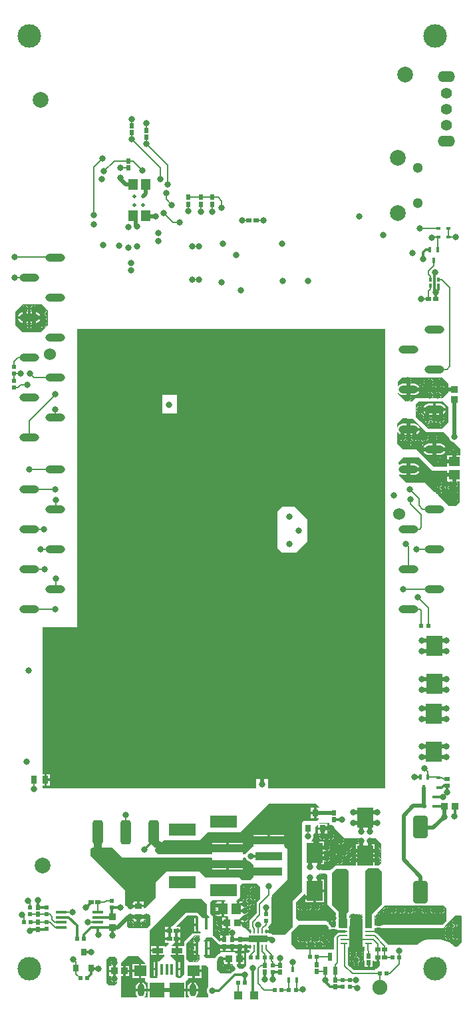
<source format=gtl>
G04 Layer_Physical_Order=1*
G04 Layer_Color=25308*
%FSLAX44Y44*%
%MOMM*%
G71*
G01*
G75*
%ADD10C,2.0000*%
%ADD11R,0.8500X0.2800*%
%ADD12R,1.7000X2.1500*%
%ADD13R,0.2500X0.7000*%
%ADD14O,1.4000X0.3700*%
%ADD15R,1.2500X1.4500*%
%ADD16R,0.8000X1.0000*%
%ADD17O,2.5000X1.0000*%
%ADD18R,0.5500X0.6000*%
%ADD19R,0.6200X0.6600*%
%ADD20R,0.6600X0.6200*%
%ADD21R,0.4800X0.4000*%
%ADD22R,0.3500X0.8000*%
G04:AMPARAMS|DCode=23|XSize=0.3mm|YSize=0.52mm|CornerRadius=0.03mm|HoleSize=0mm|Usage=FLASHONLY|Rotation=180.000|XOffset=0mm|YOffset=0mm|HoleType=Round|Shape=RoundedRectangle|*
%AMROUNDEDRECTD23*
21,1,0.3000,0.4600,0,0,180.0*
21,1,0.2400,0.5200,0,0,180.0*
1,1,0.0600,-0.1200,0.2300*
1,1,0.0600,0.1200,0.2300*
1,1,0.0600,0.1200,-0.2300*
1,1,0.0600,-0.1200,-0.2300*
%
%ADD23ROUNDEDRECTD23*%
%ADD24R,0.6000X0.5500*%
%ADD25R,2.0000X2.5000*%
%ADD26R,0.8500X0.9500*%
G04:AMPARAMS|DCode=27|XSize=2.8mm|YSize=1.8mm|CornerRadius=0.27mm|HoleSize=0mm|Usage=FLASHONLY|Rotation=270.000|XOffset=0mm|YOffset=0mm|HoleType=Round|Shape=RoundedRectangle|*
%AMROUNDEDRECTD27*
21,1,2.8000,1.2600,0,0,270.0*
21,1,2.2600,1.8000,0,0,270.0*
1,1,0.5400,-0.6300,-1.1300*
1,1,0.5400,-0.6300,1.1300*
1,1,0.5400,0.6300,1.1300*
1,1,0.5400,0.6300,-1.1300*
%
%ADD27ROUNDEDRECTD27*%
%ADD28R,1.5000X4.0000*%
%ADD29R,0.5000X1.0500*%
%ADD30R,1.4500X1.2500*%
%ADD31C,1.9050*%
%ADD32R,0.8000X0.9000*%
%ADD33R,3.5000X1.0160*%
%ADD34R,3.4000X1.6002*%
%ADD35R,0.4000X1.3000*%
%ADD36R,2.4000X0.8400*%
%ADD37R,0.2800X0.5000*%
%ADD38R,1.1000X1.1000*%
%ADD39R,0.4000X1.3500*%
%ADD40R,1.6000X1.4000*%
%ADD41R,1.9000X1.9000*%
%ADD42R,1.3500X0.6500*%
%ADD43R,0.9000X0.7000*%
%ADD44R,0.9500X0.8500*%
%ADD45R,0.8500X0.9000*%
%ADD46R,0.9000X0.8500*%
G04:AMPARAMS|DCode=47|XSize=3.1mm|YSize=1.3mm|CornerRadius=0.325mm|HoleSize=0mm|Usage=FLASHONLY|Rotation=270.000|XOffset=0mm|YOffset=0mm|HoleType=Round|Shape=RoundedRectangle|*
%AMROUNDEDRECTD47*
21,1,3.1000,0.6500,0,0,270.0*
21,1,2.4500,1.3000,0,0,270.0*
1,1,0.6500,-0.3250,-1.2250*
1,1,0.6500,-0.3250,1.2250*
1,1,0.6500,0.3250,1.2250*
1,1,0.6500,0.3250,-1.2250*
%
%ADD47ROUNDEDRECTD47*%
%ADD48C,0.2000*%
%ADD49C,0.3000*%
%ADD50C,0.5000*%
%ADD51C,1.0000*%
%ADD52C,1.5240*%
%ADD53O,2.2000X1.4000*%
%ADD54C,1.3970*%
%ADD55C,1.3000*%
%ADD56O,0.9000X1.6000*%
%ADD57C,3.0000*%
%ADD58C,0.5000*%
%ADD59C,0.8000*%
G36*
X3778500Y2226000D02*
X3795168D01*
X3798167Y2223000D01*
X3808167Y2213000D01*
X3921655D01*
X3922500Y2212080D01*
X3922500Y2211730D01*
Y2206500D01*
X3961500D01*
Y2211730D01*
X3961500Y2212080D01*
X3962345Y2213000D01*
X3965252D01*
X3965886Y2211470D01*
X3967008Y2210007D01*
X3968470Y2208885D01*
X3970173Y2208180D01*
X3970918Y2208082D01*
X3973000Y2206000D01*
X3975000Y2204000D01*
X3975000Y2196500D01*
X3994750D01*
Y2193500D01*
X3975000D01*
X3974999Y2188000D01*
X3971000Y2184000D01*
X3961000Y2184000D01*
X3957000Y2188000D01*
X3914000D01*
X3909000Y2193000D01*
X3907000Y2195000D01*
X3864000D01*
X3851000Y2182000D01*
Y2162000D01*
X3838000Y2149000D01*
X3835460D01*
Y2150120D01*
X3828960D01*
Y2151620D01*
X3827460D01*
Y2157120D01*
X3822460D01*
Y2155620D01*
X3821190Y2154941D01*
X3820521Y2155388D01*
X3820230Y2155446D01*
Y2151620D01*
X3817690D01*
Y2155446D01*
X3817399Y2155388D01*
X3816076Y2154504D01*
X3815192Y2153181D01*
X3814930Y2151866D01*
X3814214Y2151481D01*
X3813638Y2151362D01*
X3812000Y2153000D01*
Y2171000D01*
X3782000Y2201000D01*
X3768000Y2215000D01*
Y2224000D01*
X3770000Y2226000D01*
X3775500D01*
Y2245000D01*
X3778500D01*
Y2226000D01*
D02*
G37*
G36*
X3945500Y2077810D02*
X3948590D01*
X3949413Y2076894D01*
X3948214Y2076036D01*
X3948000Y2076078D01*
X3946439Y2075768D01*
X3945116Y2074884D01*
X3944232Y2073561D01*
X3944174Y2073270D01*
X3948000D01*
Y2070730D01*
X3944174D01*
X3944232Y2070439D01*
X3945116Y2069116D01*
X3946439Y2068232D01*
X3947104Y2068100D01*
X3947493Y2066915D01*
X3946736Y2066000D01*
X3933850D01*
X3929000Y2070850D01*
Y2081986D01*
X3930175Y2082400D01*
X3930270Y2082383D01*
X3931116Y2081116D01*
X3932439Y2080232D01*
X3932730Y2080174D01*
Y2084000D01*
X3935270D01*
Y2080174D01*
X3935561Y2080232D01*
X3936480Y2080846D01*
X3937750Y2080300D01*
Y2077810D01*
X3942500D01*
Y2084560D01*
X3945500D01*
Y2077810D01*
D02*
G37*
G36*
X4071808Y2254900D02*
X4074100D01*
X4075150Y2253849D01*
X4074000Y2254078D01*
X4072439Y2253768D01*
X4071116Y2252884D01*
X4070232Y2251561D01*
X4069922Y2250000D01*
X4070232Y2248439D01*
X4071116Y2247116D01*
X4072439Y2246232D01*
X4072730Y2246174D01*
Y2250000D01*
X4075270D01*
Y2246174D01*
X4075561Y2246232D01*
X4076884Y2247116D01*
X4077768Y2248439D01*
X4078078Y2250000D01*
X4077849Y2251151D01*
X4091000Y2238000D01*
X4111606D01*
X4110439Y2237768D01*
X4109116Y2236884D01*
X4108232Y2235561D01*
X4108174Y2235270D01*
X4112000D01*
Y2232730D01*
X4108174D01*
X4108232Y2232439D01*
X4109116Y2231116D01*
X4110412Y2230250D01*
X4105523D01*
Y2223962D01*
X4104907Y2224884D01*
X4103584Y2225768D01*
X4103293Y2225826D01*
Y2222000D01*
Y2218174D01*
X4103584Y2218232D01*
X4104907Y2219116D01*
X4105523Y2220038D01*
Y2217250D01*
X4129523D01*
Y2220038D01*
X4130139Y2219116D01*
X4131462Y2218232D01*
X4131753Y2218174D01*
Y2222000D01*
Y2225826D01*
X4131462Y2225768D01*
X4130139Y2224884D01*
X4129523Y2223962D01*
Y2230250D01*
X4124185D01*
X4124561Y2230325D01*
X4125884Y2231209D01*
X4126768Y2232532D01*
X4126826Y2232823D01*
X4123000D01*
Y2235363D01*
X4126826D01*
X4126768Y2235653D01*
X4125884Y2236976D01*
X4124561Y2237861D01*
X4123859Y2238000D01*
X4131000D01*
X4132000Y2237000D01*
X4138000Y2231000D01*
Y2206000D01*
X4135000Y2203000D01*
X4129523D01*
Y2208038D01*
X4130139Y2207116D01*
X4131462Y2206232D01*
X4131753Y2206174D01*
Y2210000D01*
Y2213826D01*
X4131462Y2213768D01*
X4130139Y2212884D01*
X4129523Y2211962D01*
Y2214250D01*
X4105523D01*
Y2211962D01*
X4104907Y2212884D01*
X4103584Y2213768D01*
X4103293Y2213826D01*
Y2210000D01*
Y2206174D01*
X4103584Y2206232D01*
X4104907Y2207116D01*
X4105523Y2208038D01*
Y2203000D01*
X4079000D01*
X4075000Y2199000D01*
X4073000Y2197000D01*
X4059394D01*
X4060561Y2197232D01*
X4061884Y2198116D01*
X4062768Y2199439D01*
X4062826Y2199730D01*
X4059000D01*
Y2202270D01*
X4062826D01*
X4062768Y2202561D01*
X4061884Y2203884D01*
X4060587Y2204750D01*
X4065000D01*
Y2210038D01*
X4065616Y2209116D01*
X4066939Y2208232D01*
X4067230Y2208174D01*
Y2212000D01*
Y2215826D01*
X4066939Y2215768D01*
X4065616Y2214884D01*
X4065000Y2213962D01*
Y2217750D01*
X4053000D01*
Y2219250D01*
X4051500D01*
Y2233750D01*
X4047610D01*
X4047938Y2233885D01*
X4049400Y2235007D01*
X4050522Y2236470D01*
X4051227Y2238173D01*
X4051468Y2240000D01*
X4051227Y2241827D01*
X4051110Y2242110D01*
X4054000Y2245000D01*
Y2252000D01*
X4057408Y2255407D01*
Y2251500D01*
X4063407D01*
Y2248500D01*
X4057408D01*
Y2243500D01*
X4061038D01*
X4060116Y2242884D01*
X4059232Y2241561D01*
X4059174Y2241270D01*
X4066826D01*
X4066768Y2241561D01*
X4065884Y2242884D01*
X4064962Y2243500D01*
X4069407D01*
Y2256500D01*
X4058500D01*
X4059000Y2257000D01*
X4071808D01*
Y2254900D01*
D02*
G37*
G36*
X4222901Y2816000D02*
Y2804111D01*
X4215822Y2797000D01*
X4210394D01*
X4211561Y2797232D01*
X4212884Y2798116D01*
X4213768Y2799439D01*
X4213826Y2799730D01*
X4206174D01*
X4206232Y2799439D01*
X4207116Y2798116D01*
X4208439Y2797232D01*
X4209606Y2797000D01*
X4200358D01*
X4201525Y2797232D01*
X4202848Y2798116D01*
X4203732Y2799439D01*
X4203790Y2799730D01*
X4196139D01*
X4196197Y2799439D01*
X4197081Y2798116D01*
X4198404Y2797232D01*
X4199571Y2797000D01*
X4181000D01*
X4177000Y2793000D01*
X4172394D01*
X4173561Y2793232D01*
X4174884Y2794116D01*
X4175768Y2795439D01*
X4175826Y2795730D01*
X4168174D01*
X4168232Y2795439D01*
X4169116Y2794116D01*
X4170439Y2793232D01*
X4171606Y2793000D01*
X4169000D01*
X4161048Y2801000D01*
X4159000Y2803048D01*
Y2804857D01*
X4160028Y2803518D01*
X4161490Y2802396D01*
X4163193Y2801691D01*
X4165020Y2801450D01*
X4180020D01*
X4181848Y2801691D01*
X4183550Y2802396D01*
X4185013Y2803518D01*
X4186135Y2804980D01*
X4186840Y2806683D01*
X4187081Y2808510D01*
X4186840Y2810338D01*
X4186135Y2812041D01*
X4185013Y2813503D01*
X4183550Y2814625D01*
X4181848Y2815330D01*
X4180020Y2815571D01*
X4165020D01*
X4163193Y2815330D01*
X4161490Y2814625D01*
X4160028Y2813503D01*
X4159000Y2812163D01*
Y2818500D01*
X4164500Y2824000D01*
X4171606D01*
X4170439Y2823768D01*
X4169116Y2822884D01*
X4168232Y2821561D01*
X4168174Y2821270D01*
X4175826D01*
X4175768Y2821561D01*
X4174884Y2822884D01*
X4173561Y2823768D01*
X4172394Y2824000D01*
X4214901D01*
X4222901Y2816000D01*
D02*
G37*
G36*
X4068078Y2127693D02*
X4068080Y2127688D01*
X4068049Y2127664D01*
X4070900Y2124812D01*
Y2121500D01*
X4082213D01*
X4083000Y2120712D01*
Y2119600D01*
X4084113D01*
X4084353Y2119359D01*
X4084381Y2119387D01*
X4084386Y2119386D01*
X4084545Y2119000D01*
X4084544Y2118400D01*
X4083000D01*
Y2117776D01*
X4082960Y2117768D01*
X4081637Y2116884D01*
X4081637Y2116884D01*
X4079070Y2114317D01*
X4078186Y2112994D01*
X4078134Y2112735D01*
X4077875Y2111433D01*
X4077875Y2111433D01*
Y2096458D01*
X4029904Y2096496D01*
Y2096455D01*
X4029518Y2096614D01*
X4029517Y2096619D01*
X4029548Y2096644D01*
X4025647Y2100545D01*
X4025618Y2100516D01*
X4025616Y2100517D01*
X4025615Y2100519D01*
X4025644Y2100548D01*
X4023647Y2102545D01*
X4023619Y2102517D01*
X4023615Y2102518D01*
X4023455Y2102904D01*
X4023496Y2118000D01*
X4023455D01*
X4023615Y2118386D01*
X4023619Y2118387D01*
X4023644Y2118356D01*
X4032948Y2127661D01*
X4032920Y2127688D01*
X4032922Y2127693D01*
X4033307Y2127853D01*
X4067693Y2127811D01*
Y2127853D01*
X4068078Y2127693D01*
D02*
G37*
G36*
X4059230Y2277770D02*
X4058704Y2276500D01*
X4055407D01*
Y2270000D01*
Y2263500D01*
X4057841D01*
X4058327Y2262327D01*
X4056000Y2260000D01*
X4039000D01*
X4037000Y2258000D01*
Y2170000D01*
X4031000Y2164000D01*
X4025000Y2158000D01*
Y2125000D01*
X4015280Y2115280D01*
X3999720D01*
X3998000Y2117000D01*
X3994650D01*
Y2117560D01*
X3991250D01*
Y2120560D01*
X3994650D01*
Y2123560D01*
X3994137D01*
X3993651Y2124734D01*
X3993884Y2124967D01*
X3994768Y2126290D01*
X3994819Y2126549D01*
X3994886Y2126887D01*
X3995000Y2127000D01*
X3996750D01*
Y2128750D01*
X3998000Y2130000D01*
Y2149291D01*
X3998060Y2149750D01*
X3998000Y2150209D01*
Y2163040D01*
X3998768Y2164189D01*
X3999078Y2165750D01*
Y2166078D01*
X4018000Y2185000D01*
Y2224000D01*
X4017000Y2225000D01*
X4015028Y2226972D01*
X4014900Y2227128D01*
X4014250Y2227959D01*
X4014250Y2228270D01*
Y2233500D01*
X3975250D01*
Y2228270D01*
X3975250Y2227920D01*
X3974405Y2227000D01*
X3974000D01*
X3971000Y2224000D01*
X3964000Y2217000D01*
X3962345D01*
X3961500Y2217920D01*
X3961500Y2218270D01*
Y2223500D01*
X3922500D01*
Y2218270D01*
X3922500Y2217920D01*
X3921655Y2217000D01*
X3854000D01*
X3850000Y2221000D01*
Y2224000D01*
X3854109Y2228109D01*
X3855390Y2228965D01*
X3856246Y2230246D01*
X3861000Y2235000D01*
X3907000Y2235000D01*
X3917000Y2245000D01*
X3958000D01*
X3995000Y2282000D01*
X4055000D01*
X4059230Y2277770D01*
D02*
G37*
G36*
X3714000Y2909000D02*
Y2890290D01*
X3708710Y2885000D01*
X3704710Y2881000D01*
X3681000D01*
X3677000Y2885000D01*
X3672000Y2890000D01*
Y2907000D01*
X3682000Y2917000D01*
X3706000D01*
X3714000Y2909000D01*
D02*
G37*
G36*
X3940750Y2157250D02*
X3938000D01*
Y2148000D01*
Y2138750D01*
X3942250D01*
X3944250Y2136750D01*
X3935250D01*
Y2131962D01*
X3934634Y2132884D01*
X3933311Y2133768D01*
X3933020Y2133826D01*
Y2130000D01*
Y2126174D01*
X3933311Y2126232D01*
X3934634Y2127116D01*
X3935250Y2128038D01*
Y2123250D01*
X3940000D01*
Y2130000D01*
X3943000D01*
Y2123250D01*
X3945851D01*
X3946000Y2123100D01*
X3947551Y2121550D01*
X3946439Y2121328D01*
X3945116Y2120444D01*
X3944232Y2119121D01*
X3944174Y2118831D01*
X3948000D01*
Y2116290D01*
X3944174D01*
X3944232Y2116000D01*
X3945116Y2114677D01*
X3945889Y2114160D01*
X3940913D01*
X3941768Y2115439D01*
X3941826Y2115730D01*
X3934174D01*
X3934232Y2115439D01*
X3935087Y2114160D01*
X3932900D01*
Y2110360D01*
X3938000D01*
Y2107360D01*
X3932900D01*
Y2106360D01*
X3931900D01*
Y2106176D01*
X3929163Y2108913D01*
X3929163Y2108913D01*
X3924633Y2113443D01*
X3924000Y2113866D01*
Y2138000D01*
X3920000Y2142000D01*
Y2156000D01*
X3923000Y2159000D01*
X3939000D01*
X3940750Y2157250D01*
D02*
G37*
G36*
X4143000Y2301000D02*
X3994000D01*
Y2313000D01*
X3979000D01*
Y2301000D01*
X3706500D01*
Y2305000D01*
X3709000D01*
Y2312000D01*
Y2319000D01*
X3706500D01*
Y2506000D01*
X3751000D01*
Y2885000D01*
X4143000D01*
Y2301000D01*
D02*
G37*
G36*
X4222901Y2786000D02*
Y2766000D01*
X4214901Y2758000D01*
X4198000D01*
X4188000Y2768000D01*
X4182000Y2774000D01*
Y2790000D01*
X4185000Y2793000D01*
X4215901D01*
X4222901Y2786000D01*
D02*
G37*
G36*
X3907000Y2113000D02*
Y2109644D01*
X3906768Y2110811D01*
X3905884Y2112134D01*
X3904561Y2113018D01*
X3903000Y2113328D01*
X3901439Y2113018D01*
X3900116Y2112134D01*
X3899232Y2110811D01*
X3899174Y2110520D01*
X3903000D01*
Y2107980D01*
X3899174D01*
X3899232Y2107689D01*
X3900116Y2106366D01*
X3900304Y2106241D01*
X3899595D01*
Y2104267D01*
X3898884Y2105331D01*
X3897561Y2106215D01*
X3897270Y2106273D01*
Y2102447D01*
Y2098622D01*
X3897561Y2098679D01*
X3898884Y2099563D01*
X3899595Y2100628D01*
Y2094819D01*
X3898884Y2095884D01*
X3897561Y2096768D01*
X3897270Y2096826D01*
Y2093000D01*
Y2089174D01*
X3897561Y2089232D01*
X3898884Y2090116D01*
X3899595Y2091181D01*
Y2089241D01*
X3907000D01*
Y2083404D01*
X3905596Y2082000D01*
X3903596Y2080000D01*
X3893671D01*
X3890059Y2083612D01*
Y2088791D01*
X3890000Y2089086D01*
Y2100914D01*
X3890059Y2101209D01*
Y2104059D01*
X3894000Y2108000D01*
X3899750Y2113750D01*
X3906250D01*
X3907000Y2113000D01*
D02*
G37*
G36*
X3904586Y2137414D02*
X3904100Y2136241D01*
X3899595D01*
Y2129241D01*
X3903595D01*
Y2127741D01*
X3905095D01*
Y2119241D01*
X3907445D01*
X3908236Y2118236D01*
X3907000Y2117000D01*
X3898224D01*
X3894345Y2113121D01*
X3887000Y2105776D01*
Y2101209D01*
X3886250Y2100250D01*
X3879000D01*
Y2095000D01*
Y2089750D01*
X3886250D01*
X3887000Y2088791D01*
Y2065000D01*
X3882000Y2060000D01*
X3879000D01*
X3877770Y2061230D01*
X3878296Y2062500D01*
X3882000D01*
Y2069750D01*
X3878000D01*
Y2071250D01*
X3876501D01*
Y2081001D01*
X3876500D01*
Y2081500D01*
X3875000Y2083000D01*
X3869520Y2088480D01*
X3870046Y2089750D01*
X3876000D01*
Y2095000D01*
Y2100250D01*
X3871909D01*
X3871423Y2101423D01*
X3873900Y2103900D01*
X3874500D01*
Y2104900D01*
X3875500D01*
Y2110000D01*
X3877000D01*
Y2111500D01*
X3882300D01*
Y2114900D01*
Y2118500D01*
X3877000D01*
Y2121500D01*
X3882300D01*
Y2125100D01*
X3877759D01*
X3877273Y2126273D01*
X3881000Y2130000D01*
X3890826Y2139826D01*
X3902174D01*
X3904586Y2137414D01*
D02*
G37*
G36*
X3802000Y2084000D02*
Y2082499D01*
X3801389Y2082162D01*
X3800730Y2081987D01*
X3799561Y2082768D01*
X3799270Y2082826D01*
Y2079000D01*
X3798000D01*
Y2077730D01*
X3794174D01*
X3794232Y2077439D01*
X3794779Y2076620D01*
X3794151Y2075350D01*
X3791750D01*
Y2070350D01*
X3798000D01*
Y2067350D01*
X3791750D01*
Y2062350D01*
X3793900D01*
X3794579Y2061080D01*
X3794232Y2060561D01*
X3794174Y2060270D01*
X3798000D01*
Y2059000D01*
X3799270D01*
Y2055174D01*
X3799561Y2055232D01*
X3800730Y2056013D01*
X3801389Y2055838D01*
X3802000Y2055501D01*
Y2054000D01*
X3801000Y2053000D01*
X3799000Y2051000D01*
X3791000D01*
X3787810Y2054190D01*
Y2083310D01*
X3791500Y2087000D01*
X3799000D01*
X3802000Y2084000D01*
D02*
G37*
G36*
X4114464Y2140160D02*
Y2124477D01*
X4114500Y2124297D01*
Y2119600D01*
Y2114600D01*
Y2109600D01*
X4114504D01*
Y2108400D01*
X4114500D01*
Y2099600D01*
X4116159D01*
X4116382Y2099383D01*
X4116389Y2099380D01*
X4116544Y2099007D01*
X4116541Y2098999D01*
X4116504Y2099000D01*
Y2094300D01*
X4115900D01*
Y2081700D01*
X4116900D01*
Y2073900D01*
X4120500D01*
Y2079200D01*
X4123500D01*
Y2073900D01*
X4127100D01*
Y2081500D01*
X4128300D01*
Y2080650D01*
X4132100D01*
Y2085750D01*
X4135100D01*
Y2080650D01*
X4136100D01*
Y2079650D01*
X4136216D01*
X4136222Y2076241D01*
X4136224Y2076235D01*
X4136069Y2075860D01*
X4136059Y2075855D01*
X4136034Y2075882D01*
X4131685Y2071500D01*
X4130000D01*
Y2069828D01*
X4102689D01*
X4097976Y2074542D01*
X4098439Y2074232D01*
X4098730Y2074174D01*
Y2076730D01*
X4096174D01*
X4096232Y2076439D01*
X4096542Y2075976D01*
X4095328Y2077189D01*
Y2099041D01*
X4095887Y2099600D01*
X4097500D01*
Y2108400D01*
X4097400D01*
Y2109600D01*
X4097500D01*
Y2114600D01*
Y2119600D01*
Y2123105D01*
X4097559Y2123400D01*
Y2123701D01*
X4097559Y2123701D01*
Y2126180D01*
Y2126233D01*
X4097599Y2126329D01*
X4097766Y2126579D01*
X4097825Y2126875D01*
X4097940Y2127153D01*
X4098000Y2127455D01*
X4098000Y2127756D01*
X4098059Y2128051D01*
Y2134699D01*
X4098000Y2134994D01*
Y2135296D01*
X4097945Y2135574D01*
X4097945Y2135574D01*
Y2135574D01*
X4097829Y2135852D01*
X4097826Y2135869D01*
X4097816Y2135884D01*
X4097774Y2135985D01*
X4097661Y2136259D01*
X4097646Y2136334D01*
X4097634Y2136362D01*
X4097634Y2136362D01*
X4097634Y2136362D01*
X4097592Y2136426D01*
X4097488Y2136676D01*
X4097488Y2136676D01*
X4097488Y2136676D01*
X4097401Y2136807D01*
Y2139087D01*
X4100000Y2141500D01*
X4101616Y2141502D01*
X4100439Y2141268D01*
X4099116Y2140384D01*
X4098232Y2139061D01*
X4097921Y2137500D01*
X4098232Y2135939D01*
X4099116Y2134616D01*
X4100439Y2133732D01*
X4100730Y2133674D01*
Y2137500D01*
X4103270D01*
Y2133674D01*
X4103561Y2133732D01*
X4104884Y2134616D01*
X4105768Y2135939D01*
X4105975Y2136981D01*
X4106232Y2135689D01*
X4107116Y2134366D01*
X4108439Y2133482D01*
X4108730Y2133424D01*
Y2137250D01*
X4110000D01*
Y2138520D01*
X4113826D01*
X4113768Y2138811D01*
X4112884Y2140134D01*
X4111561Y2141018D01*
X4110000Y2141328D01*
X4108439Y2141018D01*
X4107116Y2140134D01*
X4106232Y2138811D01*
X4106025Y2137769D01*
X4105768Y2139061D01*
X4104884Y2140384D01*
X4103561Y2141268D01*
X4102380Y2141503D01*
X4113099Y2141515D01*
X4114464Y2140160D01*
D02*
G37*
G36*
X3844000Y2139000D02*
Y2127000D01*
X3840000Y2123000D01*
X3817000D01*
X3814000Y2126000D01*
Y2138000D01*
X3815215Y2139214D01*
X3815192Y2139181D01*
X3814882Y2137620D01*
X3815192Y2136060D01*
X3816076Y2134736D01*
X3817399Y2133852D01*
X3817690Y2133795D01*
Y2137620D01*
X3820230D01*
Y2133795D01*
X3820521Y2133852D01*
X3821844Y2134736D01*
X3822460Y2135659D01*
Y2132120D01*
X3826998D01*
X3826076Y2131504D01*
X3825192Y2130181D01*
X3825134Y2129890D01*
X3832786D01*
X3832728Y2130181D01*
X3831844Y2131504D01*
X3830922Y2132120D01*
X3835460D01*
Y2135659D01*
X3836076Y2134736D01*
X3837399Y2133852D01*
X3837690Y2133795D01*
Y2137620D01*
X3840230D01*
Y2133795D01*
X3840521Y2133852D01*
X3841844Y2134736D01*
X3842728Y2136060D01*
X3843038Y2137620D01*
X3842728Y2139181D01*
X3841844Y2140504D01*
X3841102Y2141000D01*
X3842000D01*
X3844000Y2139000D01*
D02*
G37*
G36*
X3913000Y2157000D02*
X3916000Y2154000D01*
Y2140620D01*
X3919000Y2137620D01*
X3919120Y2137500D01*
X3918584Y2136241D01*
X3916595D01*
Y2127741D01*
X3913595D01*
Y2136241D01*
X3911095D01*
X3911095Y2136241D01*
X3909952Y2136548D01*
X3903500Y2143000D01*
X3889000D01*
X3872100Y2126100D01*
X3870700D01*
Y2125100D01*
X3869700D01*
Y2120000D01*
X3868200D01*
Y2118500D01*
X3862900D01*
Y2114900D01*
Y2111500D01*
X3868200D01*
Y2108500D01*
X3862900D01*
Y2104900D01*
X3867241D01*
X3867727Y2103727D01*
X3863423Y2099423D01*
X3862250Y2099909D01*
Y2100250D01*
X3855000D01*
Y2095000D01*
Y2089750D01*
X3862000D01*
Y2088000D01*
X3856000Y2082000D01*
X3855000Y2081000D01*
X3853500D01*
Y2080000D01*
X3853499D01*
Y2071250D01*
X3852000D01*
Y2069750D01*
X3848000D01*
Y2062500D01*
X3852597D01*
X3853123Y2061230D01*
X3851893Y2060000D01*
X3845000Y2060000D01*
X3843000Y2062000D01*
Y2121000D01*
X3858000Y2136000D01*
X3883000Y2161000D01*
X3909000D01*
X3913000Y2157000D01*
D02*
G37*
G36*
X3980000Y2179000D02*
X3984000Y2175000D01*
Y2160518D01*
X3980357Y2156875D01*
X3979473Y2155552D01*
X3979422Y2155293D01*
X3979163Y2153991D01*
X3979163Y2153991D01*
Y2141817D01*
X3971366Y2134021D01*
X3970482Y2132697D01*
X3970430Y2132439D01*
X3970172Y2131137D01*
X3970172Y2131137D01*
Y2124750D01*
X3970172Y2124750D01*
X3970255Y2124333D01*
X3969620Y2123560D01*
X3968118D01*
X3967377Y2124347D01*
X3967384Y2124424D01*
X3968268Y2125747D01*
X3968326Y2126037D01*
X3964500D01*
Y2128577D01*
X3968326D01*
X3968268Y2128868D01*
X3967384Y2130191D01*
X3966061Y2131075D01*
X3965716Y2131144D01*
Y2132164D01*
X3966061Y2132232D01*
X3967384Y2133116D01*
X3968268Y2134439D01*
X3968326Y2134730D01*
X3964500D01*
Y2137270D01*
X3968326D01*
X3968268Y2137561D01*
X3967384Y2138884D01*
X3966061Y2139768D01*
X3964943Y2139990D01*
Y2141010D01*
X3966061Y2141232D01*
X3967384Y2142116D01*
X3968268Y2143439D01*
X3968326Y2143730D01*
X3964500D01*
Y2146270D01*
X3968326D01*
X3968268Y2146561D01*
X3967384Y2147884D01*
X3966061Y2148768D01*
X3964943Y2148990D01*
Y2150010D01*
X3966061Y2150232D01*
X3967384Y2151116D01*
X3968268Y2152440D01*
X3968326Y2152730D01*
X3964500D01*
Y2154000D01*
X3963230D01*
Y2157826D01*
X3963025Y2157785D01*
X3962939Y2157768D01*
X3962231Y2157295D01*
X3961250Y2157250D01*
X3961250Y2157250D01*
X3961250Y2157250D01*
X3953557D01*
X3953174Y2158174D01*
X3955499Y2160499D01*
X3957250D01*
Y2162250D01*
X3958000Y2163000D01*
Y2177000D01*
X3961000Y2180000D01*
X3979000D01*
X3980000Y2179000D01*
D02*
G37*
G36*
X4199000Y2709000D02*
X4203000Y2705000D01*
X4221750D01*
Y2701500D01*
X4231000D01*
Y2698500D01*
X4221750D01*
Y2692694D01*
X4221000Y2692079D01*
X4219439Y2691768D01*
X4218116Y2690884D01*
X4217232Y2689561D01*
X4217174Y2689270D01*
X4224826D01*
X4224768Y2689561D01*
X4224154Y2690480D01*
X4224699Y2691750D01*
X4227300D01*
X4227846Y2690480D01*
X4227232Y2689561D01*
X4227174Y2689270D01*
X4234826D01*
X4234768Y2689561D01*
X4234154Y2690480D01*
X4234699Y2691750D01*
X4238000D01*
Y2665000D01*
X4233000Y2660000D01*
X4224000D01*
X4217000Y2667000D01*
X4210218Y2673782D01*
X4210843Y2674953D01*
X4211000Y2674922D01*
X4212561Y2675232D01*
X4213884Y2676116D01*
X4214768Y2677439D01*
X4214826Y2677730D01*
X4211000D01*
Y2679000D01*
X4209730D01*
Y2682826D01*
X4209439Y2682768D01*
X4208116Y2681884D01*
X4207232Y2680561D01*
X4206922Y2679000D01*
X4206953Y2678843D01*
X4205782Y2678217D01*
X4194000Y2690000D01*
X4169500D01*
X4160316Y2699183D01*
X4160420Y2700090D01*
X4160869Y2700386D01*
X4161651Y2700729D01*
X4163193Y2700091D01*
X4165020Y2699850D01*
X4171020D01*
Y2706910D01*
Y2713971D01*
X4165020D01*
X4163193Y2713730D01*
X4161490Y2713025D01*
X4161270Y2712856D01*
X4160000Y2713482D01*
Y2716315D01*
X4165685Y2722000D01*
X4186000D01*
X4199000Y2709000D01*
D02*
G37*
G36*
X4178386Y2771385D02*
X4178387Y2771381D01*
X4178356Y2771356D01*
X4195209Y2754504D01*
X4217000D01*
Y2754545D01*
X4217386Y2754386D01*
X4217387Y2754381D01*
X4217356Y2754356D01*
X4224054Y2747658D01*
X4224180Y2746701D01*
X4224886Y2744998D01*
X4226007Y2743535D01*
X4227470Y2742414D01*
X4229173Y2741708D01*
X4230130Y2741582D01*
X4238353Y2733359D01*
X4238381Y2733387D01*
X4238386Y2733386D01*
X4238545Y2733000D01*
X4238528Y2724750D01*
X4233336D01*
X4233884Y2725116D01*
X4234768Y2726439D01*
X4234826Y2726730D01*
X4227174D01*
X4227232Y2726439D01*
X4228116Y2725116D01*
X4228664Y2724750D01*
X4221750D01*
Y2718000D01*
X4231000D01*
Y2715000D01*
X4221750D01*
Y2710473D01*
X4204430Y2710496D01*
Y2710455D01*
X4204044Y2710614D01*
X4204043Y2710619D01*
X4204074Y2710644D01*
X4192077Y2722641D01*
X4192071Y2722647D01*
X4192045Y2722615D01*
X4192045Y2722615D01*
X4192045Y2722615D01*
X4192043Y2722616D01*
X4192042Y2722618D01*
X4192045Y2722615D01*
X4182221Y2732496D01*
X4165000D01*
Y2732455D01*
X4164614Y2732614D01*
X4164613Y2732619D01*
X4158647Y2738641D01*
X4158647Y2738641D01*
X4158644Y2738644D01*
X4158647Y2738641D01*
X4158619Y2738613D01*
X4158615Y2738615D01*
X4158455Y2739000D01*
X4158480Y2755208D01*
X4158906Y2754180D01*
X4160028Y2752718D01*
X4161490Y2751596D01*
X4163193Y2750891D01*
X4163712Y2750822D01*
X4163439Y2750768D01*
X4162116Y2749884D01*
X4161232Y2748561D01*
X4161174Y2748270D01*
X4168826D01*
X4168768Y2748561D01*
X4167884Y2749884D01*
X4166737Y2750650D01*
X4171020D01*
Y2757710D01*
Y2764771D01*
X4165020D01*
X4163193Y2764530D01*
X4161490Y2763825D01*
X4160028Y2762703D01*
X4158906Y2761241D01*
X4158488Y2760232D01*
X4158496Y2765500D01*
X4158455D01*
X4158615Y2765886D01*
X4158619Y2765887D01*
X4158644Y2765856D01*
X4164141Y2771353D01*
X4164113Y2771381D01*
X4164114Y2771385D01*
X4164500Y2771545D01*
X4178000Y2771504D01*
Y2771545D01*
X4178386Y2771385D01*
D02*
G37*
G36*
X4096542Y2196000D02*
X4096541Y2144769D01*
X4093500Y2141727D01*
Y2136500D01*
X4094808Y2135192D01*
X4094820Y2135164D01*
X4094945Y2134977D01*
X4095000Y2134699D01*
Y2128051D01*
X4094940Y2127750D01*
X4094500D01*
Y2126180D01*
Y2123701D01*
X4094500Y2123701D01*
Y2123400D01*
X4092196D01*
X4091250Y2123588D01*
X4084450D01*
X4084375Y2123663D01*
X4084061Y2123873D01*
X4083934Y2124000D01*
Y2135039D01*
X4084060Y2136000D01*
X4083934Y2136961D01*
Y2144316D01*
X4082000Y2146250D01*
X4075000Y2153250D01*
Y2194000D01*
X4080000Y2199000D01*
X4093552D01*
X4096542Y2196000D01*
D02*
G37*
G36*
X3918000Y2072560D02*
Y2048983D01*
X3916885Y2047530D01*
X3916180Y2045827D01*
X3915940Y2044000D01*
X3916180Y2042173D01*
X3916885Y2040470D01*
X3918000Y2039017D01*
Y2035000D01*
X3902944D01*
X3902513Y2036270D01*
X3902636Y2036364D01*
X3903678Y2037722D01*
X3904333Y2039303D01*
X3904556Y2041000D01*
Y2043000D01*
X3891444D01*
Y2041000D01*
X3891667Y2039303D01*
X3892322Y2037722D01*
X3893364Y2036364D01*
X3893487Y2036270D01*
X3893056Y2035000D01*
X3889200D01*
Y2043000D01*
X3877700D01*
Y2046000D01*
X3889200D01*
Y2056000D01*
X3889200Y2056000D01*
X3889200D01*
X3889929Y2056929D01*
X3892000Y2059000D01*
Y2060000D01*
X3897536D01*
Y2069000D01*
X3899036D01*
Y2070500D01*
X3909036D01*
Y2075600D01*
X3914961D01*
X3918000Y2072560D01*
D02*
G37*
G36*
X4139000Y2195000D02*
Y2154250D01*
X4131000Y2146250D01*
X4126000Y2141250D01*
Y2139296D01*
X4125941Y2139000D01*
X4125941Y2139000D01*
Y2127000D01*
X4125941Y2127000D01*
X4126000Y2126704D01*
Y2124100D01*
X4125299Y2123400D01*
X4118600D01*
X4117523Y2124477D01*
Y2196000D01*
X4121000Y2199439D01*
X4134560Y2199440D01*
X4139000Y2195000D01*
D02*
G37*
G36*
X4069000Y2191000D02*
Y2154250D01*
X4077000Y2146250D01*
X4080000Y2143250D01*
Y2140009D01*
X4079000Y2139474D01*
X4078561Y2139768D01*
X4078270Y2139826D01*
Y2136000D01*
Y2132174D01*
X4078561Y2132232D01*
X4079000Y2132526D01*
X4080000Y2131991D01*
Y2127000D01*
X4078300Y2125300D01*
X4073862D01*
X4073726Y2125983D01*
X4073063Y2126975D01*
X4073063Y2126975D01*
X4071000Y2129038D01*
Y2129693D01*
X4070907Y2129785D01*
Y2131000D01*
X4069693D01*
X4067693Y2133000D01*
X4032000D01*
X4031000Y2134000D01*
X4029000Y2136000D01*
Y2156000D01*
X4033000Y2160000D01*
X4040000Y2167000D01*
X4041000Y2166586D01*
Y2156250D01*
X4051500D01*
Y2170750D01*
X4053000D01*
Y2172250D01*
X4065000D01*
Y2185250D01*
X4063061D01*
X4062589Y2186132D01*
X4062768Y2186399D01*
X4062826Y2186690D01*
X4059000D01*
Y2189230D01*
X4062826D01*
X4062768Y2189521D01*
X4061884Y2190844D01*
X4060561Y2191728D01*
X4059193Y2192000D01*
X4059292Y2193000D01*
X4067000D01*
X4069000Y2191000D01*
D02*
G37*
G36*
X4218000Y2151250D02*
X4220581Y2148669D01*
Y2133000D01*
X4215581Y2128000D01*
X4140000D01*
X4139000Y2127000D01*
X4138957Y2126957D01*
X4129043D01*
X4129000Y2127000D01*
Y2139000D01*
X4131000Y2141000D01*
X4142000Y2152000D01*
X4217250D01*
X4218000Y2151250D01*
D02*
G37*
G36*
X3927000Y2106750D02*
X3930846Y2102904D01*
X3931900D01*
Y2102560D01*
X3932900D01*
Y2101560D01*
X3938000D01*
Y2100060D01*
X3939500D01*
Y2094760D01*
X3946500D01*
Y2100060D01*
X3949500D01*
Y2094760D01*
X3956500D01*
Y2100060D01*
X3958000D01*
Y2101560D01*
X3963100D01*
Y2102560D01*
X3964100D01*
Y2102904D01*
X3966250D01*
Y2102360D01*
X3967850D01*
Y2101560D01*
X3971250D01*
Y2098560D01*
X3967850D01*
Y2095560D01*
X3970247D01*
X3970773Y2094290D01*
X3968866Y2092384D01*
X3968443Y2091750D01*
X3965750D01*
Y2080250D01*
X3966000D01*
Y2075910D01*
X3962000Y2071910D01*
X3957090D01*
X3954570Y2074430D01*
X3954114Y2075530D01*
X3954000Y2075679D01*
Y2077810D01*
X3956000D01*
Y2084560D01*
Y2091310D01*
X3952690D01*
X3952000Y2092000D01*
X3951400Y2092600D01*
X3933850D01*
X3931997Y2090747D01*
X3930470Y2090114D01*
X3929008Y2088992D01*
X3927885Y2087530D01*
X3927253Y2086003D01*
X3926250Y2085000D01*
X3915000D01*
X3912029Y2087971D01*
X3912555Y2089241D01*
X3913595D01*
Y2097741D01*
Y2106241D01*
X3912287D01*
X3911761Y2107511D01*
X3914000Y2109750D01*
X3915530Y2111280D01*
X3922470D01*
X3927000Y2106750D01*
D02*
G37*
G36*
X3837270Y2079270D02*
X3836888Y2078000D01*
X3832500D01*
Y2069000D01*
Y2060000D01*
X3837540D01*
Y2056460D01*
X3840000Y2054000D01*
X3840800D01*
Y2046000D01*
X3852300D01*
Y2043000D01*
X3840800D01*
Y2035000D01*
X3836944D01*
X3836513Y2036270D01*
X3836636Y2036364D01*
X3837678Y2037722D01*
X3838333Y2039303D01*
X3838556Y2041000D01*
Y2043000D01*
X3825444D01*
Y2041000D01*
X3825667Y2039303D01*
X3826322Y2037722D01*
X3827364Y2036364D01*
X3827487Y2036270D01*
X3827056Y2035000D01*
X3807000D01*
Y2062350D01*
X3809500D01*
Y2068850D01*
Y2075350D01*
X3807000D01*
Y2079250D01*
X3815750Y2088000D01*
X3828540D01*
X3837270Y2079270D01*
D02*
G37*
G36*
X4232468Y2139263D02*
X4239000Y2139222D01*
X4239000Y2139261D01*
X4239003Y2139263D01*
X4239383Y2139105D01*
X4239384Y2139102D01*
X4240353Y2138077D01*
X4240381Y2138105D01*
X4240386Y2138103D01*
X4240545Y2137719D01*
X4240545Y2137718D01*
X4240504Y2106000D01*
X4240544Y2106000D01*
X4240545Y2105998D01*
X4240387Y2105616D01*
X4240385Y2105615D01*
X4234592Y2099880D01*
X4234620Y2099852D01*
X4234619Y2099847D01*
X4234233Y2099688D01*
X4232000Y2099729D01*
Y2099688D01*
X4231614Y2099848D01*
X4231612Y2099853D01*
X4231708Y2099949D01*
X4227961Y2103150D01*
X4223755Y2105727D01*
X4219197Y2107615D01*
X4214400Y2108766D01*
X4209482Y2109153D01*
X4209482Y2109153D01*
X4202000Y2109057D01*
X4202000Y2109015D01*
X4201850Y2109077D01*
X4201851Y2109078D01*
X4201850Y2109077D01*
X4201850Y2109077D01*
X4201703Y2109016D01*
X4201701Y2109017D01*
X4201701Y2109141D01*
X4201700Y2109141D01*
X4197408Y2108803D01*
X4193221Y2107798D01*
X4189242Y2106150D01*
X4185571Y2103900D01*
X4183246Y2101915D01*
X4148700Y2101904D01*
Y2102100D01*
X4146190D01*
X4146168Y2102208D01*
X4145284Y2103531D01*
X4145284Y2103532D01*
X4131931Y2116884D01*
X4130609Y2117768D01*
X4130349Y2117819D01*
X4129048Y2118078D01*
X4129048Y2118078D01*
X4129000D01*
Y2118400D01*
X4128456D01*
X4128466Y2119600D01*
X4129000D01*
Y2123157D01*
X4140100D01*
Y2123641D01*
X4216642Y2123604D01*
X4217848Y2124810D01*
X4219250D01*
Y2126212D01*
X4232109Y2139071D01*
X4232081Y2139099D01*
X4232083Y2139104D01*
X4232467Y2139263D01*
X4232468Y2139263D01*
D02*
G37*
%LPC*%
G36*
X4148141Y2144540D02*
X4145585D01*
Y2141985D01*
X4145876Y2142043D01*
X4147199Y2142927D01*
X4148083Y2144250D01*
X4148141Y2144540D01*
D02*
G37*
G36*
X4183045D02*
X4180489D01*
X4180547Y2144250D01*
X4181431Y2142927D01*
X4182754Y2142043D01*
X4183045Y2141985D01*
Y2144540D01*
D02*
G37*
G36*
X4188141D02*
X4185585D01*
Y2141985D01*
X4185876Y2142043D01*
X4187199Y2142927D01*
X4188083Y2144250D01*
X4188141Y2144540D01*
D02*
G37*
G36*
X4192045Y2144790D02*
X4189489D01*
X4189547Y2144500D01*
X4190431Y2143177D01*
X4191754Y2142292D01*
X4192045Y2142235D01*
Y2144790D01*
D02*
G37*
G36*
X4197141D02*
X4194585D01*
Y2142235D01*
X4194875Y2142292D01*
X4196199Y2143177D01*
X4197083Y2144500D01*
X4197141Y2144790D01*
D02*
G37*
G36*
X4173045D02*
X4170489D01*
X4170547Y2144500D01*
X4171431Y2143177D01*
X4172754Y2142292D01*
X4173045Y2142235D01*
Y2144790D01*
D02*
G37*
G36*
X4178141D02*
X4175585D01*
Y2142235D01*
X4175876Y2142292D01*
X4177199Y2143177D01*
X4178083Y2144500D01*
X4178141Y2144790D01*
D02*
G37*
G36*
X4168141D02*
X4165585D01*
Y2142235D01*
X4165876Y2142292D01*
X4167199Y2143177D01*
X4168083Y2144500D01*
X4168141Y2144790D01*
D02*
G37*
G36*
X4157141D02*
X4154585D01*
Y2142235D01*
X4154875Y2142292D01*
X4156199Y2143177D01*
X4157083Y2144500D01*
X4157141Y2144790D01*
D02*
G37*
G36*
X4152045D02*
X4149489D01*
X4149547Y2144500D01*
X4150431Y2143177D01*
X4151754Y2142292D01*
X4152045Y2142235D01*
Y2144790D01*
D02*
G37*
G36*
X4203045D02*
X4200489D01*
X4200547Y2144500D01*
X4201431Y2143177D01*
X4202754Y2142292D01*
X4203045Y2142235D01*
Y2144790D01*
D02*
G37*
G36*
X4163045D02*
X4160489D01*
X4160547Y2144500D01*
X4161431Y2143177D01*
X4162754Y2142292D01*
X4163045Y2142235D01*
Y2144790D01*
D02*
G37*
G36*
X4143045Y2144540D02*
X4140489D01*
X4140547Y2144250D01*
X4141431Y2142927D01*
X4142754Y2142043D01*
X4143045Y2141985D01*
Y2144540D01*
D02*
G37*
G36*
X3837690Y2131826D02*
X3837399Y2131768D01*
X3836076Y2130884D01*
X3835192Y2129561D01*
X3835134Y2129270D01*
X3837690D01*
Y2131826D01*
D02*
G37*
G36*
X4236187Y2129609D02*
X4228536D01*
X4228594Y2129318D01*
X4229478Y2127995D01*
X4230801Y2127111D01*
X4232362Y2126801D01*
X4233922Y2127111D01*
X4235246Y2127995D01*
X4236129Y2129318D01*
X4236187Y2129609D01*
D02*
G37*
G36*
X3930480Y2133826D02*
X3930189Y2133768D01*
X3928866Y2132884D01*
X3927982Y2131561D01*
X3927924Y2131270D01*
X3930480D01*
Y2133826D01*
D02*
G37*
G36*
X3820230Y2131826D02*
Y2129270D01*
X3822786D01*
X3822728Y2129561D01*
X3821844Y2130884D01*
X3820521Y2131768D01*
X3820230Y2131826D01*
D02*
G37*
G36*
X3827690Y2127350D02*
X3825134D01*
X3825192Y2127060D01*
X3826076Y2125736D01*
X3827399Y2124852D01*
X3827690Y2124794D01*
Y2127350D01*
D02*
G37*
G36*
X3817690Y2131826D02*
X3817399Y2131768D01*
X3816076Y2130884D01*
X3815192Y2129561D01*
X3814882Y2128000D01*
X3815192Y2126439D01*
X3816076Y2125116D01*
X3817399Y2124232D01*
X3818960Y2123922D01*
X3820521Y2124232D01*
X3821844Y2125116D01*
X3822728Y2126439D01*
X3822786Y2126730D01*
X3818960D01*
Y2128000D01*
X3817690D01*
Y2131826D01*
D02*
G37*
G36*
X3930480Y2128730D02*
X3927924D01*
X3927982Y2128439D01*
X3928866Y2127116D01*
X3930189Y2126232D01*
X3930480Y2126174D01*
Y2128730D01*
D02*
G37*
G36*
X3832786Y2127350D02*
X3830230D01*
Y2124794D01*
X3830521Y2124852D01*
X3831844Y2125736D01*
X3832728Y2127060D01*
X3832786Y2127350D01*
D02*
G37*
G36*
X4137826Y2136730D02*
X4135270D01*
Y2134174D01*
X4135561Y2134232D01*
X4136884Y2135116D01*
X4137768Y2136439D01*
X4137826Y2136730D01*
D02*
G37*
G36*
X4134000Y2142078D02*
X4132439Y2141768D01*
X4131116Y2140884D01*
X4130232Y2139561D01*
X4129922Y2138000D01*
X4130232Y2136439D01*
X4131116Y2135116D01*
X4132439Y2134232D01*
X4132730Y2134174D01*
Y2138000D01*
X4134000D01*
Y2139270D01*
X4137826D01*
X4137768Y2139561D01*
X4136884Y2140884D01*
X4135561Y2141768D01*
X4134000Y2142078D01*
D02*
G37*
G36*
X3924730Y2141730D02*
X3922174D01*
X3922232Y2141439D01*
X3923116Y2140116D01*
X3924439Y2139232D01*
X3924730Y2139174D01*
Y2141730D01*
D02*
G37*
G36*
X4075730Y2139826D02*
X4075439Y2139768D01*
X4074116Y2138884D01*
X4073232Y2137561D01*
X4073174Y2137270D01*
X4075730D01*
Y2139826D01*
D02*
G37*
G36*
X4233632Y2134705D02*
Y2132149D01*
X4236187D01*
X4236129Y2132440D01*
X4235246Y2133763D01*
X4233922Y2134647D01*
X4233632Y2134705D01*
D02*
G37*
G36*
X4231092D02*
X4230801Y2134647D01*
X4229478Y2133763D01*
X4228594Y2132440D01*
X4228536Y2132149D01*
X4231092D01*
Y2134705D01*
D02*
G37*
G36*
X4113826Y2135980D02*
X4111270D01*
Y2133424D01*
X4111561Y2133482D01*
X4112884Y2134366D01*
X4113768Y2135689D01*
X4113826Y2135980D01*
D02*
G37*
G36*
X4075730Y2134730D02*
X4073174D01*
X4073232Y2134439D01*
X4074116Y2133116D01*
X4075439Y2132232D01*
X4075730Y2132174D01*
Y2134730D01*
D02*
G37*
G36*
X4208141Y2144790D02*
X4205585D01*
Y2142235D01*
X4205876Y2142292D01*
X4207198Y2143177D01*
X4208083Y2144500D01*
X4208141Y2144790D01*
D02*
G37*
G36*
X3972730Y2153576D02*
X3972439Y2153518D01*
X3971116Y2152634D01*
X3970232Y2151311D01*
X3970174Y2151020D01*
X3972730D01*
Y2153576D01*
D02*
G37*
G36*
X3924730Y2150730D02*
X3922174D01*
X3922232Y2150439D01*
X3923116Y2149116D01*
X3924439Y2148232D01*
X3924730Y2148174D01*
Y2150730D01*
D02*
G37*
G36*
X3975270Y2153576D02*
Y2151020D01*
X3977826D01*
X3977768Y2151311D01*
X3976884Y2152634D01*
X3975561Y2153518D01*
X3975270Y2153576D01*
D02*
G37*
G36*
X4066270Y2153826D02*
Y2151270D01*
X4068826D01*
X4068768Y2151561D01*
X4067884Y2152884D01*
X4066561Y2153768D01*
X4066270Y2153826D01*
D02*
G37*
G36*
X4063730D02*
X4063439Y2153768D01*
X4062116Y2152884D01*
X4061232Y2151561D01*
X4061174Y2151270D01*
X4063730D01*
Y2153826D01*
D02*
G37*
G36*
X4215585Y2149886D02*
Y2147330D01*
X4218141D01*
X4218083Y2147621D01*
X4217199Y2148944D01*
X4215876Y2149828D01*
X4215585Y2149886D01*
D02*
G37*
G36*
X4194585D02*
Y2147330D01*
X4197141D01*
X4197083Y2147621D01*
X4196199Y2148944D01*
X4194875Y2149828D01*
X4194585Y2149886D01*
D02*
G37*
G36*
X4192045D02*
X4191754Y2149828D01*
X4190431Y2148944D01*
X4189547Y2147621D01*
X4189489Y2147330D01*
X4192045D01*
Y2149886D01*
D02*
G37*
G36*
X4203045D02*
X4202754Y2149828D01*
X4201431Y2148944D01*
X4200547Y2147621D01*
X4200489Y2147330D01*
X4203045D01*
Y2149886D01*
D02*
G37*
G36*
X4213045D02*
X4212754Y2149828D01*
X4211431Y2148944D01*
X4210547Y2147621D01*
X4210489Y2147330D01*
X4213045D01*
Y2149886D01*
D02*
G37*
G36*
X4205585D02*
Y2147330D01*
X4208141D01*
X4208083Y2147621D01*
X4207198Y2148944D01*
X4205876Y2149828D01*
X4205585Y2149886D01*
D02*
G37*
G36*
X3924730Y2155826D02*
X3924439Y2155768D01*
X3923116Y2154884D01*
X3922232Y2153561D01*
X3922174Y2153270D01*
X3924730D01*
Y2155826D01*
D02*
G37*
G36*
X3835460Y2157120D02*
X3830460D01*
Y2153120D01*
X3835460D01*
Y2157120D01*
D02*
G37*
G36*
X3965770Y2157826D02*
Y2155270D01*
X3968326D01*
X3968268Y2155561D01*
X3967384Y2156884D01*
X3966061Y2157768D01*
X3965976Y2157785D01*
X3965770Y2157826D01*
D02*
G37*
G36*
X4065000Y2169250D02*
X4054500D01*
Y2156250D01*
X4065000D01*
Y2169250D01*
D02*
G37*
G36*
X3935000Y2157250D02*
X3928250D01*
Y2155307D01*
X3927561Y2155768D01*
X3927270Y2155826D01*
Y2152000D01*
Y2148174D01*
X3927561Y2148232D01*
X3928250Y2148693D01*
Y2146307D01*
X3927561Y2146768D01*
X3927270Y2146826D01*
Y2143000D01*
Y2139174D01*
X3927561Y2139232D01*
X3928250Y2139693D01*
Y2138750D01*
X3935000D01*
Y2148000D01*
Y2157250D01*
D02*
G37*
G36*
X4057270Y2154076D02*
Y2151520D01*
X4059826D01*
X4059768Y2151811D01*
X4058884Y2153134D01*
X4057561Y2154018D01*
X4057270Y2154076D01*
D02*
G37*
G36*
X4036270D02*
Y2151520D01*
X4038826D01*
X4038768Y2151811D01*
X4037884Y2153134D01*
X4036561Y2154018D01*
X4036270Y2154076D01*
D02*
G37*
G36*
X4033730D02*
X4033439Y2154018D01*
X4032116Y2153134D01*
X4031232Y2151811D01*
X4031174Y2151520D01*
X4033730D01*
Y2154076D01*
D02*
G37*
G36*
X4043730D02*
X4043439Y2154018D01*
X4042116Y2153134D01*
X4041232Y2151811D01*
X4041174Y2151520D01*
X4043730D01*
Y2154076D01*
D02*
G37*
G36*
X4054730D02*
X4054439Y2154018D01*
X4053116Y2153134D01*
X4052232Y2151811D01*
X4052174Y2151520D01*
X4054730D01*
Y2154076D01*
D02*
G37*
G36*
X4046270D02*
Y2151520D01*
X4048826D01*
X4048768Y2151811D01*
X4047884Y2153134D01*
X4046561Y2154018D01*
X4046270Y2154076D01*
D02*
G37*
G36*
X4175585Y2149886D02*
Y2147330D01*
X4178141D01*
X4178083Y2147621D01*
X4177199Y2148944D01*
X4175876Y2149828D01*
X4175585Y2149886D01*
D02*
G37*
G36*
X4033730Y2148980D02*
X4031174D01*
X4031232Y2148689D01*
X4032116Y2147366D01*
X4033439Y2146482D01*
X4033730Y2146424D01*
Y2148980D01*
D02*
G37*
G36*
X4068826Y2148730D02*
X4066270D01*
Y2146174D01*
X4066561Y2146232D01*
X4067884Y2147116D01*
X4068768Y2148439D01*
X4068826Y2148730D01*
D02*
G37*
G36*
X4038826Y2148980D02*
X4036270D01*
Y2146424D01*
X4036561Y2146482D01*
X4037884Y2147366D01*
X4038768Y2148689D01*
X4038826Y2148980D01*
D02*
G37*
G36*
X4048826D02*
X4046270D01*
Y2146424D01*
X4046561Y2146482D01*
X4047884Y2147366D01*
X4048768Y2148689D01*
X4048826Y2148980D01*
D02*
G37*
G36*
X4043730D02*
X4041174D01*
X4041232Y2148689D01*
X4042116Y2147366D01*
X4043439Y2146482D01*
X4043730Y2146424D01*
Y2148980D01*
D02*
G37*
G36*
X4063730Y2148730D02*
X4061174D01*
X4061232Y2148439D01*
X4062116Y2147116D01*
X4063439Y2146232D01*
X4063730Y2146174D01*
Y2148730D01*
D02*
G37*
G36*
X4218141Y2144790D02*
X4215585D01*
Y2142235D01*
X4215876Y2142292D01*
X4217199Y2143177D01*
X4218083Y2144500D01*
X4218141Y2144790D01*
D02*
G37*
G36*
X4213045D02*
X4210489D01*
X4210547Y2144500D01*
X4211431Y2143177D01*
X4212754Y2142292D01*
X4213045Y2142235D01*
Y2144790D01*
D02*
G37*
G36*
X3924730Y2146826D02*
X3924439Y2146768D01*
X3923116Y2145884D01*
X3922232Y2144561D01*
X3922174Y2144270D01*
X3924730D01*
Y2146826D01*
D02*
G37*
G36*
X3977826Y2148480D02*
X3975270D01*
Y2145924D01*
X3975561Y2145982D01*
X3976884Y2146866D01*
X3977768Y2148189D01*
X3977826Y2148480D01*
D02*
G37*
G36*
X3972730D02*
X3970174D01*
X3970232Y2148189D01*
X3971116Y2146866D01*
X3972439Y2145982D01*
X3972730Y2145924D01*
Y2148480D01*
D02*
G37*
G36*
X4154585Y2149886D02*
Y2147330D01*
X4157141D01*
X4157083Y2147621D01*
X4156199Y2148944D01*
X4154875Y2149828D01*
X4154585Y2149886D01*
D02*
G37*
G36*
X4152045D02*
X4151754Y2149828D01*
X4150431Y2148944D01*
X4149547Y2147621D01*
X4149489Y2147330D01*
X4152045D01*
Y2149886D01*
D02*
G37*
G36*
X4163045D02*
X4162754Y2149828D01*
X4161431Y2148944D01*
X4160547Y2147621D01*
X4160489Y2147330D01*
X4163045D01*
Y2149886D01*
D02*
G37*
G36*
X4173045D02*
X4172754Y2149828D01*
X4171431Y2148944D01*
X4170547Y2147621D01*
X4170489Y2147330D01*
X4173045D01*
Y2149886D01*
D02*
G37*
G36*
X4165585D02*
Y2147330D01*
X4168141D01*
X4168083Y2147621D01*
X4167199Y2148944D01*
X4165876Y2149828D01*
X4165585Y2149886D01*
D02*
G37*
G36*
X4185585Y2149636D02*
Y2147080D01*
X4188141D01*
X4188083Y2147371D01*
X4187199Y2148694D01*
X4185876Y2149578D01*
X4185585Y2149636D01*
D02*
G37*
G36*
X4059826Y2148980D02*
X4057270D01*
Y2146424D01*
X4057561Y2146482D01*
X4058884Y2147366D01*
X4059768Y2148689D01*
X4059826Y2148980D01*
D02*
G37*
G36*
X4054730D02*
X4052174D01*
X4052232Y2148689D01*
X4053116Y2147366D01*
X4054439Y2146482D01*
X4054730Y2146424D01*
Y2148980D01*
D02*
G37*
G36*
X4143045Y2149636D02*
X4142754Y2149578D01*
X4141431Y2148694D01*
X4140547Y2147371D01*
X4140489Y2147080D01*
X4143045D01*
Y2149636D01*
D02*
G37*
G36*
X4183045D02*
X4182754Y2149578D01*
X4181431Y2148694D01*
X4180547Y2147371D01*
X4180489Y2147080D01*
X4183045D01*
Y2149636D01*
D02*
G37*
G36*
X4145585D02*
Y2147080D01*
X4148141D01*
X4148083Y2147371D01*
X4147199Y2148694D01*
X4145876Y2149578D01*
X4145585Y2149636D01*
D02*
G37*
G36*
X3840230Y2131826D02*
Y2128000D01*
X3838960D01*
Y2126730D01*
X3835134D01*
X3835192Y2126439D01*
X3836076Y2125116D01*
X3837399Y2124232D01*
X3838960Y2123922D01*
X3840521Y2124232D01*
X3841844Y2125116D01*
X3842728Y2126439D01*
X3843038Y2128000D01*
X3842728Y2129561D01*
X3841844Y2130884D01*
X3840521Y2131768D01*
X3840230Y2131826D01*
D02*
G37*
G36*
X4100730Y2094326D02*
X4100439Y2094268D01*
X4099116Y2093384D01*
X4098232Y2092061D01*
X4098174Y2091770D01*
X4100730D01*
Y2094326D01*
D02*
G37*
G36*
X4108730Y2094576D02*
X4108439Y2094518D01*
X4107116Y2093634D01*
X4106232Y2092311D01*
X4105975Y2091019D01*
X4105768Y2092061D01*
X4104884Y2093384D01*
X4103561Y2094268D01*
X4103270Y2094326D01*
Y2090500D01*
X4102000D01*
Y2089230D01*
X4098174D01*
X4098232Y2088939D01*
X4099116Y2087616D01*
X4100439Y2086732D01*
X4102000Y2086422D01*
X4103561Y2086732D01*
X4104884Y2087616D01*
X4105768Y2088939D01*
X4106025Y2090231D01*
X4106232Y2089189D01*
X4107116Y2087866D01*
X4108439Y2086982D01*
X4110000Y2086672D01*
X4111561Y2086982D01*
X4112884Y2087866D01*
X4113768Y2089189D01*
X4113826Y2089480D01*
X4110000D01*
Y2090750D01*
X4108730D01*
Y2094576D01*
D02*
G37*
G36*
X4111270D02*
Y2092020D01*
X4113826D01*
X4113768Y2092311D01*
X4112884Y2093634D01*
X4111561Y2094518D01*
X4111270Y2094576D01*
D02*
G37*
G36*
X3936500Y2098560D02*
X3932900D01*
Y2094760D01*
X3936500D01*
Y2098560D01*
D02*
G37*
G36*
X3894730Y2096826D02*
X3894439Y2096768D01*
X3893116Y2095884D01*
X3892232Y2094561D01*
X3892174Y2094270D01*
X3894730D01*
Y2096826D01*
D02*
G37*
G36*
X3901000Y2089078D02*
X3899439Y2088768D01*
X3898116Y2087884D01*
X3897232Y2086561D01*
X3897174Y2086270D01*
X3904826D01*
X3904768Y2086561D01*
X3903884Y2087884D01*
X3902561Y2088768D01*
X3901000Y2089078D01*
D02*
G37*
G36*
X3963750Y2091310D02*
X3959000D01*
Y2086060D01*
X3963750D01*
Y2091310D01*
D02*
G37*
G36*
X3894730Y2091730D02*
X3892174D01*
X3892232Y2091439D01*
X3893116Y2090116D01*
X3894439Y2089232D01*
X3894730Y2089174D01*
Y2091730D01*
D02*
G37*
G36*
X3852000Y2093500D02*
X3844750D01*
Y2089750D01*
X3852000D01*
Y2093500D01*
D02*
G37*
G36*
X3919095Y2096241D02*
X3916595D01*
Y2089241D01*
X3919095D01*
Y2096241D01*
D02*
G37*
G36*
X3963100Y2098560D02*
X3959500D01*
Y2094760D01*
X3963100D01*
Y2098560D01*
D02*
G37*
G36*
X4058897Y2101177D02*
X4056342D01*
X4056400Y2100887D01*
X4057284Y2099563D01*
X4058607Y2098679D01*
X4058897Y2098622D01*
Y2101177D01*
D02*
G37*
G36*
X4053826D02*
X4051270D01*
Y2098622D01*
X4051561Y2098679D01*
X4052884Y2099563D01*
X4053768Y2100887D01*
X4053826Y2101177D01*
D02*
G37*
G36*
X4063993D02*
X4061437D01*
Y2098622D01*
X4061728Y2098679D01*
X4063051Y2099563D01*
X4063936Y2100887D01*
X4063993Y2101177D01*
D02*
G37*
G36*
X4073826D02*
X4071270D01*
Y2098622D01*
X4071561Y2098679D01*
X4072884Y2099563D01*
X4073768Y2100887D01*
X4073826Y2101177D01*
D02*
G37*
G36*
X4068730D02*
X4066174D01*
X4066232Y2100887D01*
X4067116Y2099563D01*
X4068439Y2098679D01*
X4068730Y2098622D01*
Y2101177D01*
D02*
G37*
G36*
X3894730D02*
X3892174D01*
X3892232Y2100887D01*
X3893116Y2099563D01*
X3894439Y2098679D01*
X3894730Y2098622D01*
Y2101177D01*
D02*
G37*
G36*
X3852000Y2100250D02*
X3844750D01*
Y2096500D01*
X3852000D01*
Y2100250D01*
D02*
G37*
G36*
X4038730Y2101177D02*
X4036174D01*
X4036232Y2100887D01*
X4037116Y2099563D01*
X4038439Y2098679D01*
X4038730Y2098622D01*
Y2101177D01*
D02*
G37*
G36*
X4048730D02*
X4046174D01*
X4046232Y2100887D01*
X4047116Y2099563D01*
X4048439Y2098679D01*
X4048730Y2098622D01*
Y2101177D01*
D02*
G37*
G36*
X4043826D02*
X4041270D01*
Y2098622D01*
X4041561Y2098679D01*
X4042884Y2099563D01*
X4043768Y2100887D01*
X4043826Y2101177D01*
D02*
G37*
G36*
X3904826Y2083730D02*
X3897174D01*
X3897232Y2083439D01*
X3898116Y2082116D01*
X3899439Y2081232D01*
X3901000Y2080922D01*
X3902561Y2081232D01*
X3903884Y2082116D01*
X3904768Y2083439D01*
X3904826Y2083730D01*
D02*
G37*
G36*
X3909036Y2067500D02*
X3900536D01*
Y2060000D01*
X3909036D01*
Y2067500D01*
D02*
G37*
G36*
X3829500D02*
X3821000D01*
Y2060000D01*
X3829500D01*
Y2067500D01*
D02*
G37*
G36*
X3817250Y2067350D02*
X3812500D01*
Y2062350D01*
X3817250D01*
Y2067350D01*
D02*
G37*
G36*
X3941826Y2070730D02*
X3939270D01*
Y2068174D01*
X3939561Y2068232D01*
X3940884Y2069116D01*
X3941768Y2070439D01*
X3941826Y2070730D01*
D02*
G37*
G36*
X3936730D02*
X3934174D01*
X3934232Y2070439D01*
X3935116Y2069116D01*
X3936439Y2068232D01*
X3936730Y2068174D01*
Y2070730D01*
D02*
G37*
G36*
X3833500Y2054359D02*
Y2046000D01*
X3838556D01*
Y2048000D01*
X3838333Y2049697D01*
X3837678Y2051278D01*
X3836636Y2052636D01*
X3835278Y2053678D01*
X3833697Y2054333D01*
X3833500Y2054359D01*
D02*
G37*
G36*
X3830500D02*
X3830303Y2054333D01*
X3828722Y2053678D01*
X3827364Y2052636D01*
X3826322Y2051278D01*
X3825667Y2049697D01*
X3825444Y2048000D01*
Y2046000D01*
X3830500D01*
Y2054359D01*
D02*
G37*
G36*
X3896500D02*
X3896303Y2054333D01*
X3894722Y2053678D01*
X3893364Y2052636D01*
X3892322Y2051278D01*
X3891667Y2049697D01*
X3891444Y2048000D01*
Y2046000D01*
X3896500D01*
Y2054359D01*
D02*
G37*
G36*
X3796730Y2057730D02*
X3794174D01*
X3794232Y2057439D01*
X3795116Y2056116D01*
X3796439Y2055232D01*
X3796730Y2055174D01*
Y2057730D01*
D02*
G37*
G36*
X3899500Y2054359D02*
Y2046000D01*
X3904556D01*
Y2048000D01*
X3904333Y2049697D01*
X3903678Y2051278D01*
X3902636Y2052636D01*
X3901278Y2053678D01*
X3899697Y2054333D01*
X3899500Y2054359D01*
D02*
G37*
G36*
X3817250Y2075350D02*
X3812500D01*
Y2070350D01*
X3817250D01*
Y2075350D01*
D02*
G37*
G36*
X4113270Y2081826D02*
Y2078000D01*
Y2074174D01*
X4113561Y2074232D01*
X4114884Y2075116D01*
X4115768Y2076439D01*
X4116078Y2078000D01*
X4115768Y2079561D01*
X4114884Y2080884D01*
X4113561Y2081768D01*
X4113270Y2081826D01*
D02*
G37*
G36*
X4106000Y2087078D02*
X4104439Y2086768D01*
X4103116Y2085884D01*
X4102232Y2084561D01*
X4101922Y2083000D01*
X4102232Y2081439D01*
X4102377Y2081223D01*
X4101561Y2081768D01*
X4101270Y2081826D01*
Y2078000D01*
Y2074174D01*
X4101561Y2074232D01*
X4102884Y2075116D01*
X4103768Y2076439D01*
X4104078Y2078000D01*
X4103768Y2079561D01*
X4103623Y2079777D01*
X4104439Y2079232D01*
X4104730Y2079174D01*
Y2083000D01*
X4107270D01*
Y2079174D01*
X4107561Y2079232D01*
X4108377Y2079777D01*
X4108232Y2079561D01*
X4107922Y2078000D01*
X4108232Y2076439D01*
X4109116Y2075116D01*
X4110439Y2074232D01*
X4110730Y2074174D01*
Y2078000D01*
Y2081826D01*
X4110439Y2081768D01*
X4109623Y2081223D01*
X4109768Y2081439D01*
X4110078Y2083000D01*
X4109768Y2084561D01*
X4108884Y2085884D01*
X4107561Y2086768D01*
X4106000Y2087078D01*
D02*
G37*
G36*
X3963750Y2083060D02*
X3959000D01*
Y2077810D01*
X3963750D01*
Y2083060D01*
D02*
G37*
G36*
X3796730Y2082826D02*
X3796439Y2082768D01*
X3795116Y2081884D01*
X3794232Y2080561D01*
X3794174Y2080270D01*
X3796730D01*
Y2082826D01*
D02*
G37*
G36*
X4098730Y2081826D02*
X4098439Y2081768D01*
X4097116Y2080884D01*
X4096232Y2079561D01*
X4096174Y2079270D01*
X4098730D01*
Y2081826D01*
D02*
G37*
G36*
X3850500Y2080000D02*
X3848000D01*
Y2072750D01*
X3850500D01*
Y2080000D01*
D02*
G37*
G36*
X3829500Y2078000D02*
X3821000D01*
Y2070500D01*
X3829500D01*
Y2078000D01*
D02*
G37*
G36*
X3882000Y2080000D02*
X3879500D01*
Y2072750D01*
X3882000D01*
Y2080000D01*
D02*
G37*
G36*
X3939270Y2075826D02*
Y2073270D01*
X3941826D01*
X3941768Y2073561D01*
X3940884Y2074884D01*
X3939561Y2075768D01*
X3939270Y2075826D01*
D02*
G37*
G36*
X3936730D02*
X3936439Y2075768D01*
X3935116Y2074884D01*
X3934232Y2073561D01*
X3934174Y2073270D01*
X3936730D01*
Y2075826D01*
D02*
G37*
G36*
X4066270Y2113826D02*
Y2111270D01*
X4068826D01*
X4068768Y2111561D01*
X4067884Y2112884D01*
X4066561Y2113768D01*
X4066270Y2113826D01*
D02*
G37*
G36*
X4063730D02*
X4063439Y2113768D01*
X4062116Y2112884D01*
X4061232Y2111561D01*
X4061174Y2111270D01*
X4063730D01*
Y2113826D01*
D02*
G37*
G36*
X3927730Y2120826D02*
X3927439Y2120768D01*
X3926116Y2119884D01*
X3925232Y2118561D01*
X3924922Y2117000D01*
X3925232Y2115439D01*
X3926116Y2114116D01*
X3927439Y2113232D01*
X3927730Y2113174D01*
Y2117000D01*
Y2120826D01*
D02*
G37*
G36*
X4222901Y2117199D02*
X4221340Y2116889D01*
X4220017Y2116005D01*
X4219133Y2114682D01*
X4219075Y2114391D01*
X4226726D01*
X4226669Y2114682D01*
X4225785Y2116005D01*
X4224461Y2116889D01*
X4222901Y2117199D01*
D02*
G37*
G36*
X3932826Y2115730D02*
X3930270D01*
Y2113174D01*
X3930561Y2113232D01*
X3931884Y2114116D01*
X3932768Y2115439D01*
X3932826Y2115730D01*
D02*
G37*
G36*
X4043730Y2113576D02*
X4043439Y2113518D01*
X4042116Y2112634D01*
X4041232Y2111311D01*
X4041174Y2111020D01*
X4043730D01*
Y2113576D01*
D02*
G37*
G36*
X4036270D02*
Y2111020D01*
X4038826D01*
X4038768Y2111311D01*
X4037884Y2112634D01*
X4036561Y2113518D01*
X4036270Y2113576D01*
D02*
G37*
G36*
X4046270D02*
Y2111020D01*
X4048826D01*
X4048768Y2111311D01*
X4047884Y2112634D01*
X4046561Y2113518D01*
X4046270Y2113576D01*
D02*
G37*
G36*
X4057270D02*
Y2111020D01*
X4059826D01*
X4059768Y2111311D01*
X4058884Y2112634D01*
X4057561Y2113518D01*
X4057270Y2113576D01*
D02*
G37*
G36*
X4054730D02*
X4054439Y2113518D01*
X4053116Y2112634D01*
X4052232Y2111311D01*
X4052174Y2111020D01*
X4054730D01*
Y2113576D01*
D02*
G37*
G36*
X4232362Y2117199D02*
X4230801Y2116889D01*
X4229478Y2116005D01*
X4228594Y2114682D01*
X4228536Y2114391D01*
X4236188D01*
X4236130Y2114682D01*
X4235246Y2116005D01*
X4233922Y2116889D01*
X4232362Y2117199D01*
D02*
G37*
G36*
X3866700Y2125100D02*
X3862900D01*
Y2121500D01*
X3866700D01*
Y2125100D01*
D02*
G37*
G36*
X3902095Y2126241D02*
X3899595D01*
Y2119241D01*
X3902095D01*
Y2126241D01*
D02*
G37*
G36*
X4221631Y2125826D02*
X4221340Y2125768D01*
X4220017Y2124884D01*
X4219133Y2123561D01*
X4219075Y2123270D01*
X4221631D01*
Y2125826D01*
D02*
G37*
G36*
X4232362Y2126078D02*
X4230801Y2125768D01*
X4229478Y2124884D01*
X4228594Y2123561D01*
X4228536Y2123270D01*
X4236187D01*
X4236130Y2123561D01*
X4235246Y2124884D01*
X4233922Y2125768D01*
X4232362Y2126078D01*
D02*
G37*
G36*
X4224171Y2125826D02*
Y2123270D01*
X4226726D01*
X4226669Y2123561D01*
X4225785Y2124884D01*
X4224461Y2125768D01*
X4224171Y2125826D01*
D02*
G37*
G36*
X4236187Y2120730D02*
X4228536D01*
X4228594Y2120439D01*
X4229478Y2119116D01*
X4230801Y2118232D01*
X4232362Y2117922D01*
X4233922Y2118232D01*
X4235246Y2119116D01*
X4236130Y2120439D01*
X4236187Y2120730D01*
D02*
G37*
G36*
X4226726D02*
X4219075D01*
X4219133Y2120439D01*
X4220017Y2119116D01*
X4221340Y2118232D01*
X4222901Y2117922D01*
X4224461Y2118232D01*
X4225785Y2119116D01*
X4226669Y2120439D01*
X4226726Y2120730D01*
D02*
G37*
G36*
X3936730Y2120826D02*
X3936439Y2120768D01*
X3935116Y2119884D01*
X3934232Y2118561D01*
X3934174Y2118270D01*
X3936730D01*
Y2120826D01*
D02*
G37*
G36*
X3930270Y2120826D02*
Y2118270D01*
X3932826D01*
X3932768Y2118561D01*
X3931884Y2119884D01*
X3930561Y2120768D01*
X3930270Y2120826D01*
D02*
G37*
G36*
X3939270Y2120826D02*
Y2118270D01*
X3941826D01*
X3941768Y2118561D01*
X3940884Y2119884D01*
X3939561Y2120768D01*
X3939270Y2120826D01*
D02*
G37*
G36*
X4033730Y2113576D02*
X4033439Y2113518D01*
X4032116Y2112634D01*
X4031232Y2111311D01*
X4031174Y2111020D01*
X4033730D01*
Y2113576D01*
D02*
G37*
G36*
X4060168Y2106526D02*
X4058607Y2106215D01*
X4057284Y2105331D01*
X4056400Y2104008D01*
X4056342Y2103717D01*
X4063993D01*
X4063936Y2104008D01*
X4063051Y2105331D01*
X4061728Y2106215D01*
X4060168Y2106526D01*
D02*
G37*
G36*
X4051270Y2106273D02*
Y2103717D01*
X4053826D01*
X4053768Y2104008D01*
X4052884Y2105331D01*
X4051561Y2106215D01*
X4051270Y2106273D01*
D02*
G37*
G36*
X4068730D02*
X4068439Y2106215D01*
X4067116Y2105331D01*
X4066232Y2104008D01*
X4066174Y2103717D01*
X4068730D01*
Y2106273D01*
D02*
G37*
G36*
X3882300Y2108500D02*
X3878500D01*
Y2104900D01*
X3882300D01*
Y2108500D01*
D02*
G37*
G36*
X4071270Y2106273D02*
Y2103717D01*
X4073826D01*
X4073768Y2104008D01*
X4072884Y2105331D01*
X4071561Y2106215D01*
X4071270Y2106273D01*
D02*
G37*
G36*
X3894730D02*
X3894439Y2106215D01*
X3893116Y2105331D01*
X3892232Y2104008D01*
X3892174Y2103717D01*
X3894730D01*
Y2106273D01*
D02*
G37*
G36*
X3919095Y2106241D02*
X3916595D01*
Y2099241D01*
X3919095D01*
Y2106241D01*
D02*
G37*
G36*
X4038730Y2106273D02*
X4038439Y2106215D01*
X4037116Y2105331D01*
X4036232Y2104008D01*
X4036174Y2103717D01*
X4038730D01*
Y2106273D01*
D02*
G37*
G36*
X4048730D02*
X4048439Y2106215D01*
X4047116Y2105331D01*
X4046232Y2104008D01*
X4046174Y2103717D01*
X4048730D01*
Y2106273D01*
D02*
G37*
G36*
X4041270D02*
Y2103717D01*
X4043826D01*
X4043768Y2104008D01*
X4042884Y2105331D01*
X4041561Y2106215D01*
X4041270Y2106273D01*
D02*
G37*
G36*
X4059826Y2108480D02*
X4052174D01*
X4052232Y2108189D01*
X4053116Y2106866D01*
X4054439Y2105982D01*
X4056000Y2105672D01*
X4057561Y2105982D01*
X4058884Y2106866D01*
X4059768Y2108189D01*
X4059826Y2108480D01*
D02*
G37*
G36*
X4221631Y2111851D02*
X4219075D01*
X4219133Y2111560D01*
X4220017Y2110237D01*
X4221340Y2109353D01*
X4221631Y2109295D01*
Y2111851D01*
D02*
G37*
G36*
X4068826Y2108730D02*
X4066270D01*
Y2106174D01*
X4066561Y2106232D01*
X4067884Y2107116D01*
X4068768Y2108439D01*
X4068826Y2108730D01*
D02*
G37*
G36*
X4226726Y2111851D02*
X4224171D01*
Y2109295D01*
X4224461Y2109353D01*
X4225785Y2110237D01*
X4226669Y2111560D01*
X4226726Y2111851D01*
D02*
G37*
G36*
X4236188D02*
X4233632D01*
Y2109295D01*
X4233922Y2109353D01*
X4235246Y2110237D01*
X4236130Y2111560D01*
X4236188Y2111851D01*
D02*
G37*
G36*
X4231092D02*
X4228536D01*
X4228594Y2111560D01*
X4229478Y2110237D01*
X4230801Y2109353D01*
X4231092Y2109295D01*
Y2111851D01*
D02*
G37*
G36*
X4038826Y2108480D02*
X4036270D01*
Y2105924D01*
X4036561Y2105982D01*
X4037884Y2106866D01*
X4038768Y2108189D01*
X4038826Y2108480D01*
D02*
G37*
G36*
X4033730D02*
X4031174D01*
X4031232Y2108189D01*
X4032116Y2106866D01*
X4033439Y2105982D01*
X4033730Y2105924D01*
Y2108480D01*
D02*
G37*
G36*
X4043730D02*
X4041174D01*
X4041232Y2108189D01*
X4042116Y2106866D01*
X4043439Y2105982D01*
X4043730Y2105924D01*
Y2108480D01*
D02*
G37*
G36*
X4063730Y2108730D02*
X4061174D01*
X4061232Y2108439D01*
X4062116Y2107116D01*
X4063439Y2106232D01*
X4063730Y2106174D01*
Y2108730D01*
D02*
G37*
G36*
X4048826Y2108480D02*
X4046270D01*
Y2105924D01*
X4046561Y2105982D01*
X4047884Y2106866D01*
X4048768Y2108189D01*
X4048826Y2108480D01*
D02*
G37*
G36*
X4211270Y2766826D02*
Y2764270D01*
X4213826D01*
X4213768Y2764561D01*
X4212884Y2765884D01*
X4211561Y2766768D01*
X4211270Y2766826D01*
D02*
G37*
G36*
X4208730D02*
X4208439Y2766768D01*
X4207116Y2765884D01*
X4206232Y2764561D01*
X4206174Y2764270D01*
X4208730D01*
Y2766826D01*
D02*
G37*
G36*
X4196500Y2775078D02*
X4194939Y2774768D01*
X4193616Y2773884D01*
X4192732Y2772561D01*
X4192422Y2771000D01*
X4192732Y2769439D01*
X4193616Y2768116D01*
X4194939Y2767232D01*
X4195230Y2767174D01*
Y2771000D01*
X4196500D01*
Y2772270D01*
X4200326D01*
X4200268Y2772561D01*
X4199384Y2773884D01*
X4198061Y2774768D01*
X4196500Y2775078D01*
D02*
G37*
G36*
X4204194Y2769730D02*
X4201638D01*
X4201696Y2769439D01*
X4202581Y2768116D01*
X4203904Y2767232D01*
X4204194Y2767174D01*
Y2769730D01*
D02*
G37*
G36*
X4200326D02*
X4197770D01*
Y2767174D01*
X4198061Y2767232D01*
X4199384Y2768116D01*
X4200268Y2769439D01*
X4200326Y2769730D01*
D02*
G37*
G36*
X4202270Y2766826D02*
Y2764270D01*
X4204826D01*
X4204768Y2764561D01*
X4203884Y2765884D01*
X4202561Y2766768D01*
X4202270Y2766826D01*
D02*
G37*
G36*
X4204826Y2761730D02*
X4197174D01*
X4197232Y2761439D01*
X4198116Y2760116D01*
X4199439Y2759232D01*
X4201000Y2758922D01*
X4202561Y2759232D01*
X4203884Y2760116D01*
X4204768Y2761439D01*
X4204826Y2761730D01*
D02*
G37*
G36*
X4206270Y2750826D02*
Y2748270D01*
X4208826D01*
X4208768Y2748561D01*
X4207884Y2749884D01*
X4206561Y2750768D01*
X4206270Y2750826D01*
D02*
G37*
G36*
X4213826Y2761730D02*
X4206174D01*
X4206232Y2761439D01*
X4207116Y2760116D01*
X4208439Y2759232D01*
X4210000Y2758922D01*
X4211561Y2759232D01*
X4212884Y2760116D01*
X4213768Y2761439D01*
X4213826Y2761730D01*
D02*
G37*
G36*
X4199730Y2766826D02*
X4199439Y2766768D01*
X4198116Y2765884D01*
X4197232Y2764561D01*
X4197174Y2764270D01*
X4199730D01*
Y2766826D01*
D02*
G37*
G36*
X4180020Y2764771D02*
X4174020D01*
Y2759211D01*
X4186883D01*
X4186840Y2759538D01*
X4186135Y2761241D01*
X4185013Y2762703D01*
X4183550Y2763825D01*
X4181848Y2764530D01*
X4180020Y2764771D01*
D02*
G37*
G36*
X4213020Y2790171D02*
X4207020D01*
Y2784610D01*
X4219883D01*
X4219840Y2784938D01*
X4219135Y2786641D01*
X4218013Y2788103D01*
X4216551Y2789225D01*
X4214848Y2789930D01*
X4213020Y2790171D01*
D02*
G37*
G36*
X4188000Y2787000D02*
Y2783174D01*
X4185460D01*
Y2787000D01*
X4185169Y2786942D01*
X4183846Y2786058D01*
X4182962Y2784735D01*
X4182652Y2783174D01*
X4182962Y2781613D01*
X4183846Y2780291D01*
X4185169Y2779406D01*
X4186730Y2779096D01*
X4188291Y2779406D01*
X4189614Y2780291D01*
X4190498Y2781613D01*
X4190808Y2783174D01*
X4190498Y2784735D01*
X4189614Y2786058D01*
X4188291Y2786942D01*
X4188000Y2787000D01*
D02*
G37*
G36*
X4172000Y2801078D02*
X4170439Y2800768D01*
X4169116Y2799884D01*
X4168232Y2798561D01*
X4168174Y2798270D01*
X4175826D01*
X4175768Y2798561D01*
X4174884Y2799884D01*
X4173561Y2800768D01*
X4172000Y2801078D01*
D02*
G37*
G36*
X4201234Y2804826D02*
Y2802270D01*
X4203790D01*
X4203732Y2802561D01*
X4202848Y2803884D01*
X4201525Y2804768D01*
X4201234Y2804826D01*
D02*
G37*
G36*
X4198694D02*
X4198404Y2804768D01*
X4197081Y2803884D01*
X4196197Y2802561D01*
X4196139Y2802270D01*
X4198694D01*
Y2804826D01*
D02*
G37*
G36*
X3877700Y2801550D02*
X3859000D01*
Y2778000D01*
X3877600D01*
X3877700Y2777900D01*
Y2801550D01*
D02*
G37*
G36*
X4214315Y2775078D02*
X4212754Y2774768D01*
X4211431Y2773884D01*
X4210547Y2772561D01*
X4210237Y2771000D01*
X4210547Y2769439D01*
X4211431Y2768116D01*
X4212754Y2767232D01*
X4213045Y2767174D01*
Y2771000D01*
X4214315D01*
Y2772270D01*
X4218141D01*
X4218083Y2772561D01*
X4217199Y2773884D01*
X4215876Y2774768D01*
X4214315Y2775078D01*
D02*
G37*
G36*
X4205464D02*
X4203904Y2774768D01*
X4202581Y2773884D01*
X4201696Y2772561D01*
X4201638Y2772270D01*
X4205464D01*
Y2771000D01*
X4206734D01*
Y2767174D01*
X4207025Y2767232D01*
X4208348Y2768116D01*
X4209232Y2769439D01*
X4209543Y2771000D01*
X4209232Y2772561D01*
X4208348Y2773884D01*
X4207025Y2774768D01*
X4205464Y2775078D01*
D02*
G37*
G36*
X4218141Y2769730D02*
X4215585D01*
Y2767174D01*
X4215876Y2767232D01*
X4217199Y2768116D01*
X4218083Y2769439D01*
X4218141Y2769730D01*
D02*
G37*
G36*
X4204020Y2790171D02*
X4198020D01*
X4196193Y2789930D01*
X4194490Y2789225D01*
X4193028Y2788103D01*
X4191906Y2786641D01*
X4191201Y2784938D01*
X4190960Y2783110D01*
X4191201Y2781283D01*
X4191906Y2779580D01*
X4193028Y2778118D01*
X4194490Y2776996D01*
X4196193Y2776291D01*
X4198020Y2776050D01*
X4213020D01*
X4214848Y2776291D01*
X4216551Y2776996D01*
X4218013Y2778118D01*
X4219135Y2779580D01*
X4219840Y2781283D01*
X4219883Y2781610D01*
X4205520D01*
Y2783110D01*
X4204020D01*
Y2790171D01*
D02*
G37*
G36*
X4187884Y2778078D02*
X4186323Y2777768D01*
X4185000Y2776884D01*
X4184116Y2775561D01*
X4183806Y2774000D01*
X4184116Y2772439D01*
X4185000Y2771116D01*
X4186323Y2770232D01*
X4187884Y2769922D01*
X4189445Y2770232D01*
X4190768Y2771116D01*
X4191652Y2772439D01*
X4191962Y2774000D01*
X4191652Y2775561D01*
X4190768Y2776884D01*
X4189445Y2777768D01*
X4187884Y2778078D01*
D02*
G37*
G36*
X4203730Y2750826D02*
X4203439Y2750768D01*
X4202116Y2749884D01*
X4201232Y2748561D01*
X4201174Y2748270D01*
X4203730D01*
Y2750826D01*
D02*
G37*
G36*
X4170730Y2743826D02*
X4170439Y2743768D01*
X4169116Y2742884D01*
X4168232Y2741561D01*
X4168174Y2741270D01*
X4170730D01*
Y2743826D01*
D02*
G37*
G36*
X4190826Y2738730D02*
X4188270D01*
Y2736174D01*
X4188561Y2736232D01*
X4189884Y2737116D01*
X4190768Y2738439D01*
X4190826Y2738730D01*
D02*
G37*
G36*
X4173270Y2743826D02*
Y2741270D01*
X4175826D01*
X4175768Y2741561D01*
X4174884Y2742884D01*
X4173561Y2743768D01*
X4173270Y2743826D01*
D02*
G37*
G36*
X4188270D02*
Y2741270D01*
X4190826D01*
X4190768Y2741561D01*
X4189884Y2742884D01*
X4188561Y2743768D01*
X4188270Y2743826D01*
D02*
G37*
G36*
X4185730D02*
X4185439Y2743768D01*
X4184116Y2742884D01*
X4183232Y2741561D01*
X4183174Y2741270D01*
X4185730D01*
Y2743826D01*
D02*
G37*
G36*
Y2738730D02*
X4183174D01*
X4183232Y2738439D01*
X4184116Y2737116D01*
X4185439Y2736232D01*
X4185730Y2736174D01*
Y2738730D01*
D02*
G37*
G36*
X4204020Y2739371D02*
X4198020D01*
X4196193Y2739130D01*
X4194490Y2738425D01*
X4193028Y2737303D01*
X4191906Y2735840D01*
X4191201Y2734138D01*
X4191158Y2733810D01*
X4204020D01*
Y2739371D01*
D02*
G37*
G36*
X4232270Y2731826D02*
Y2729270D01*
X4234826D01*
X4234768Y2729561D01*
X4233884Y2730884D01*
X4232561Y2731768D01*
X4232270Y2731826D01*
D02*
G37*
G36*
X4225270Y2736826D02*
Y2734270D01*
X4227826D01*
X4227768Y2734561D01*
X4226884Y2735884D01*
X4225561Y2736768D01*
X4225270Y2736826D01*
D02*
G37*
G36*
X4175826Y2738730D02*
X4173270D01*
Y2736174D01*
X4173561Y2736232D01*
X4174884Y2737116D01*
X4175768Y2738439D01*
X4175826Y2738730D01*
D02*
G37*
G36*
X4170730D02*
X4168174D01*
X4168232Y2738439D01*
X4169116Y2737116D01*
X4170439Y2736232D01*
X4170730Y2736174D01*
Y2738730D01*
D02*
G37*
G36*
X4208826Y2745730D02*
X4206270D01*
Y2743174D01*
X4206561Y2743232D01*
X4207884Y2744116D01*
X4208768Y2745439D01*
X4208826Y2745730D01*
D02*
G37*
G36*
X4203730D02*
X4201174D01*
X4201232Y2745439D01*
X4202116Y2744116D01*
X4203439Y2743232D01*
X4203730Y2743174D01*
Y2745730D01*
D02*
G37*
G36*
X4186883Y2756210D02*
X4174020D01*
Y2750650D01*
X4178263D01*
X4177116Y2749884D01*
X4176232Y2748561D01*
X4176174Y2748270D01*
X4183826D01*
X4183768Y2748561D01*
X4182884Y2749884D01*
X4181561Y2750768D01*
X4181304Y2750819D01*
X4181848Y2750891D01*
X4183550Y2751596D01*
X4185013Y2752718D01*
X4186135Y2754180D01*
X4186840Y2755883D01*
X4186883Y2756210D01*
D02*
G37*
G36*
X4195270Y2750826D02*
Y2748270D01*
X4197826D01*
X4197768Y2748561D01*
X4196884Y2749884D01*
X4195561Y2750768D01*
X4195270Y2750826D01*
D02*
G37*
G36*
X4192730D02*
X4192439Y2750768D01*
X4191116Y2749884D01*
X4190232Y2748561D01*
X4190174Y2748270D01*
X4192730D01*
Y2750826D01*
D02*
G37*
G36*
X4197826Y2745730D02*
X4195270D01*
Y2743174D01*
X4195561Y2743232D01*
X4196884Y2744116D01*
X4197768Y2745439D01*
X4197826Y2745730D01*
D02*
G37*
G36*
X4168826D02*
X4166270D01*
Y2743174D01*
X4166561Y2743232D01*
X4167884Y2744116D01*
X4168768Y2745439D01*
X4168826Y2745730D01*
D02*
G37*
G36*
X4163730D02*
X4161174D01*
X4161232Y2745439D01*
X4162116Y2744116D01*
X4163439Y2743232D01*
X4163730Y2743174D01*
Y2745730D01*
D02*
G37*
G36*
X4178730D02*
X4176174D01*
X4176232Y2745439D01*
X4177116Y2744116D01*
X4178439Y2743232D01*
X4178730Y2743174D01*
Y2745730D01*
D02*
G37*
G36*
X4192730D02*
X4190174D01*
X4190232Y2745439D01*
X4191116Y2744116D01*
X4192439Y2743232D01*
X4192730Y2743174D01*
Y2745730D01*
D02*
G37*
G36*
X4183826D02*
X4181270D01*
Y2743174D01*
X4181561Y2743232D01*
X4182884Y2744116D01*
X4183768Y2745439D01*
X4183826Y2745730D01*
D02*
G37*
G36*
X3706680Y2889730D02*
X3704125D01*
X3704182Y2889439D01*
X3705067Y2888116D01*
X3706390Y2887232D01*
X3706680Y2887174D01*
Y2889730D01*
D02*
G37*
G36*
X3699326Y2887631D02*
X3696770D01*
Y2885075D01*
X3697061Y2885133D01*
X3698384Y2886017D01*
X3699268Y2887340D01*
X3699326Y2887631D01*
D02*
G37*
G36*
X3711776Y2889730D02*
X3709220D01*
Y2887174D01*
X3709511Y2887232D01*
X3710834Y2888116D01*
X3711718Y2889439D01*
X3711776Y2889730D01*
D02*
G37*
G36*
X3706680Y2894826D02*
X3706390Y2894768D01*
X3705067Y2893884D01*
X3704182Y2892561D01*
X3704125Y2892270D01*
X3706680D01*
Y2894826D01*
D02*
G37*
G36*
X3688420Y2898450D02*
X3675557D01*
X3675600Y2898123D01*
X3676306Y2896420D01*
X3677428Y2894958D01*
X3678890Y2893836D01*
X3680593Y2893130D01*
X3682420Y2892890D01*
X3683892D01*
X3682779Y2892669D01*
X3681456Y2891785D01*
X3680572Y2890462D01*
X3680514Y2890171D01*
X3688166D01*
X3688108Y2890462D01*
X3687224Y2891785D01*
X3685901Y2892669D01*
X3684789Y2892890D01*
X3688420D01*
Y2898450D01*
D02*
G37*
G36*
X3694230Y2887631D02*
X3691674D01*
X3691732Y2887340D01*
X3692616Y2886017D01*
X3693939Y2885133D01*
X3694230Y2885075D01*
Y2887631D01*
D02*
G37*
G36*
X4187444Y2822326D02*
X4187154Y2822268D01*
X4185830Y2821384D01*
X4184947Y2820061D01*
X4184889Y2819770D01*
X4187444D01*
Y2822326D01*
D02*
G37*
G36*
X4211878Y2821826D02*
Y2819270D01*
X4214434D01*
X4214376Y2819561D01*
X4213492Y2820884D01*
X4212169Y2821768D01*
X4211878Y2821826D01*
D02*
G37*
G36*
X4189984Y2822326D02*
Y2819770D01*
X4192540D01*
X4192482Y2820061D01*
X4191598Y2821384D01*
X4190275Y2822268D01*
X4189984Y2822326D01*
D02*
G37*
G36*
X3688166Y2887631D02*
X3685610D01*
Y2885075D01*
X3685901Y2885133D01*
X3687224Y2886017D01*
X3688108Y2887340D01*
X3688166Y2887631D01*
D02*
G37*
G36*
X3683070D02*
X3680514D01*
X3680572Y2887340D01*
X3681456Y2886017D01*
X3682779Y2885133D01*
X3683070Y2885075D01*
Y2887631D01*
D02*
G37*
G36*
Y2914826D02*
X3682779Y2914768D01*
X3681456Y2913884D01*
X3680572Y2912561D01*
X3680514Y2912270D01*
X3683070D01*
Y2914826D01*
D02*
G37*
G36*
X3708000Y2913078D02*
X3706439Y2912768D01*
X3705116Y2911884D01*
X3704232Y2910561D01*
X3704174Y2910270D01*
X3708000D01*
Y2909000D01*
X3709270D01*
Y2905174D01*
X3709561Y2905232D01*
X3710884Y2906116D01*
X3711768Y2907439D01*
X3712079Y2909000D01*
X3711768Y2910561D01*
X3710884Y2911884D01*
X3709561Y2912768D01*
X3708000Y2913078D01*
D02*
G37*
G36*
X3685610Y2914826D02*
Y2912270D01*
X3688166D01*
X3688108Y2912561D01*
X3687224Y2913884D01*
X3685901Y2914768D01*
X3685610Y2914826D01*
D02*
G37*
G36*
X3696770D02*
Y2912270D01*
X3699326D01*
X3699268Y2912561D01*
X3698384Y2913884D01*
X3697061Y2914768D01*
X3696770Y2914826D01*
D02*
G37*
G36*
X3694230D02*
X3693939Y2914768D01*
X3692616Y2913884D01*
X3691732Y2912561D01*
X3691674Y2912270D01*
X3694230D01*
Y2914826D01*
D02*
G37*
G36*
X3706730Y2907730D02*
X3704174D01*
X3704232Y2907439D01*
X3705116Y2906116D01*
X3706439Y2905232D01*
X3706730Y2905174D01*
Y2907730D01*
D02*
G37*
G36*
X3699326Y2909730D02*
X3691674D01*
X3691732Y2909439D01*
X3692616Y2908116D01*
X3693939Y2907232D01*
X3695052Y2907011D01*
X3691420D01*
Y2899950D01*
Y2892890D01*
X3695052D01*
X3693939Y2892669D01*
X3692616Y2891785D01*
X3691732Y2890462D01*
X3691674Y2890171D01*
X3699326D01*
X3699268Y2890462D01*
X3698384Y2891785D01*
X3697061Y2892669D01*
X3695948Y2892890D01*
X3697420D01*
X3699247Y2893130D01*
X3700950Y2893836D01*
X3702412Y2894958D01*
X3703535Y2896420D01*
X3704240Y2898123D01*
X3704273Y2898377D01*
X3705116Y2897116D01*
X3706439Y2896232D01*
X3706730Y2896174D01*
Y2900000D01*
Y2903826D01*
X3706439Y2903768D01*
X3705116Y2902884D01*
X3704262Y2901606D01*
X3704240Y2901778D01*
X3703535Y2903481D01*
X3702412Y2904943D01*
X3700950Y2906065D01*
X3699247Y2906770D01*
X3697420Y2907011D01*
X3695948D01*
X3697061Y2907232D01*
X3698384Y2908116D01*
X3699268Y2909439D01*
X3699326Y2909730D01*
D02*
G37*
G36*
X3709220Y2894826D02*
Y2892270D01*
X3711776D01*
X3711718Y2892561D01*
X3710834Y2893884D01*
X3709511Y2894768D01*
X3709220Y2894826D01*
D02*
G37*
G36*
X3711826Y2898730D02*
X3709270D01*
Y2896174D01*
X3709561Y2896232D01*
X3710884Y2897116D01*
X3711768Y2898439D01*
X3711826Y2898730D01*
D02*
G37*
G36*
X3688166Y2909730D02*
X3680514D01*
X3680572Y2909439D01*
X3681456Y2908116D01*
X3682779Y2907232D01*
X3683892Y2907011D01*
X3682420D01*
X3680593Y2906770D01*
X3678890Y2906065D01*
X3677428Y2904943D01*
X3676306Y2903481D01*
X3675600Y2901778D01*
X3675557Y2901451D01*
X3688420D01*
Y2907011D01*
X3684789D01*
X3685901Y2907232D01*
X3687224Y2908116D01*
X3688108Y2909439D01*
X3688166Y2909730D01*
D02*
G37*
G36*
X3709270Y2903826D02*
Y2901270D01*
X3711826D01*
X3711768Y2901561D01*
X3710884Y2902884D01*
X3709561Y2903768D01*
X3709270Y2903826D01*
D02*
G37*
G36*
X4209338Y2821826D02*
X4209048Y2821768D01*
X4207725Y2820884D01*
X4206841Y2819561D01*
X4206783Y2819270D01*
X4209338D01*
Y2821826D01*
D02*
G37*
G36*
X4218826Y2807240D02*
X4216270D01*
Y2804685D01*
X4216561Y2804742D01*
X4217884Y2805627D01*
X4218768Y2806950D01*
X4218826Y2807240D01*
D02*
G37*
G36*
X4213730D02*
X4211174D01*
X4211232Y2806950D01*
X4212116Y2805627D01*
X4213439Y2804742D01*
X4213730Y2804685D01*
Y2807240D01*
D02*
G37*
G36*
X4193270Y2812336D02*
Y2809780D01*
X4195826D01*
X4195768Y2810071D01*
X4194884Y2811394D01*
X4193561Y2812278D01*
X4193270Y2812336D01*
D02*
G37*
G36*
X4206270D02*
Y2809780D01*
X4208826D01*
X4208768Y2810071D01*
X4207884Y2811394D01*
X4206561Y2812278D01*
X4206270Y2812336D01*
D02*
G37*
G36*
X4203730D02*
X4203439Y2812278D01*
X4202116Y2811394D01*
X4201232Y2810071D01*
X4201174Y2809780D01*
X4203730D01*
Y2812336D01*
D02*
G37*
G36*
X4208826Y2807240D02*
X4206270D01*
Y2804685D01*
X4206561Y2804742D01*
X4207884Y2805627D01*
X4208768Y2806950D01*
X4208826Y2807240D01*
D02*
G37*
G36*
X4211270Y2804826D02*
Y2802270D01*
X4213826D01*
X4213768Y2802561D01*
X4212884Y2803884D01*
X4211561Y2804768D01*
X4211270Y2804826D01*
D02*
G37*
G36*
X4208730D02*
X4208439Y2804768D01*
X4207116Y2803884D01*
X4206232Y2802561D01*
X4206174Y2802270D01*
X4208730D01*
Y2804826D01*
D02*
G37*
G36*
X4190730Y2812336D02*
X4190439Y2812278D01*
X4189116Y2811394D01*
X4188232Y2810071D01*
X4187921Y2808510D01*
X4188232Y2806950D01*
X4189116Y2805627D01*
X4190439Y2804742D01*
X4190730Y2804685D01*
Y2808510D01*
Y2812336D01*
D02*
G37*
G36*
X4203730Y2807240D02*
X4201174D01*
X4201232Y2806950D01*
X4202116Y2805627D01*
X4203439Y2804742D01*
X4203730Y2804685D01*
Y2807240D01*
D02*
G37*
G36*
X4195826D02*
X4193270D01*
Y2804685D01*
X4193561Y2804742D01*
X4194884Y2805627D01*
X4195768Y2806950D01*
X4195826Y2807240D01*
D02*
G37*
G36*
X4192540Y2817230D02*
X4189984D01*
Y2814674D01*
X4190275Y2814732D01*
X4191598Y2815616D01*
X4192482Y2816939D01*
X4192540Y2817230D01*
D02*
G37*
G36*
X4187444D02*
X4184889D01*
X4184947Y2816939D01*
X4185830Y2815616D01*
X4187154Y2814732D01*
X4187444Y2814674D01*
Y2817230D01*
D02*
G37*
G36*
X4175826Y2818730D02*
X4168174D01*
X4168232Y2818439D01*
X4169116Y2817116D01*
X4170439Y2816232D01*
X4172000Y2815922D01*
X4173561Y2816232D01*
X4174884Y2817116D01*
X4175768Y2818439D01*
X4175826Y2818730D01*
D02*
G37*
G36*
X4201234Y2821826D02*
Y2819270D01*
X4203790D01*
X4203732Y2819561D01*
X4202848Y2820884D01*
X4201525Y2821768D01*
X4201234Y2821826D01*
D02*
G37*
G36*
X4198694D02*
X4198404Y2821768D01*
X4197081Y2820884D01*
X4196197Y2819561D01*
X4196139Y2819270D01*
X4198694D01*
Y2821826D01*
D02*
G37*
G36*
X4214434Y2816730D02*
X4211878D01*
Y2814174D01*
X4212169Y2814232D01*
X4213492Y2815116D01*
X4214376Y2816439D01*
X4214434Y2816730D01*
D02*
G37*
G36*
X4216270Y2812336D02*
Y2809780D01*
X4218826D01*
X4218768Y2810071D01*
X4217884Y2811394D01*
X4216561Y2812278D01*
X4216270Y2812336D01*
D02*
G37*
G36*
X4213730D02*
X4213439Y2812278D01*
X4212116Y2811394D01*
X4211232Y2810071D01*
X4211174Y2809780D01*
X4213730D01*
Y2812336D01*
D02*
G37*
G36*
X4198694Y2816730D02*
X4196139D01*
X4196197Y2816439D01*
X4197081Y2815116D01*
X4198404Y2814232D01*
X4198694Y2814174D01*
Y2816730D01*
D02*
G37*
G36*
X4209338D02*
X4206783D01*
X4206841Y2816439D01*
X4207725Y2815116D01*
X4209048Y2814232D01*
X4209338Y2814174D01*
Y2816730D01*
D02*
G37*
G36*
X4203790D02*
X4201234D01*
Y2814174D01*
X4201525Y2814232D01*
X4202848Y2815116D01*
X4203732Y2816439D01*
X4203790Y2816730D01*
D02*
G37*
G36*
X4229730Y2731826D02*
X4229439Y2731768D01*
X4228116Y2730884D01*
X4227232Y2729561D01*
X4227174Y2729270D01*
X4229730D01*
Y2731826D01*
D02*
G37*
G36*
X4081035Y2217846D02*
X4078480D01*
Y2215290D01*
X4078770Y2215348D01*
X4080093Y2216232D01*
X4080977Y2217556D01*
X4081035Y2217846D01*
D02*
G37*
G36*
X4075940D02*
X4073384D01*
X4073442Y2217556D01*
X4074326Y2216232D01*
X4075649Y2215348D01*
X4075940Y2215290D01*
Y2217846D01*
D02*
G37*
G36*
X4100753Y2220730D02*
X4098197D01*
X4098255Y2220439D01*
X4099139Y2219116D01*
X4100462Y2218232D01*
X4100753Y2218174D01*
Y2220730D01*
D02*
G37*
G36*
X4089398Y2222826D02*
X4089107Y2222768D01*
X4087784Y2221884D01*
X4086900Y2220561D01*
X4086842Y2220270D01*
X4089398D01*
Y2222826D01*
D02*
G37*
G36*
X4134293Y2225826D02*
Y2222000D01*
Y2218174D01*
X4134584Y2218232D01*
X4135907Y2219116D01*
X4136791Y2220439D01*
X4137101Y2222000D01*
X4136791Y2223561D01*
X4135907Y2224884D01*
X4134584Y2225768D01*
X4134293Y2225826D01*
D02*
G37*
G36*
X4094494Y2217730D02*
X4091938D01*
Y2215174D01*
X4092228Y2215232D01*
X4093552Y2216116D01*
X4094436Y2217439D01*
X4094494Y2217730D01*
D02*
G37*
G36*
X4085791Y2212505D02*
Y2209949D01*
X4088347D01*
X4088289Y2210240D01*
X4087404Y2211563D01*
X4086082Y2212447D01*
X4085791Y2212505D01*
D02*
G37*
G36*
X4083251D02*
X4082960Y2212447D01*
X4081637Y2211563D01*
X4080753Y2210240D01*
X4080695Y2209949D01*
X4083251D01*
Y2212505D01*
D02*
G37*
G36*
X4100753Y2213826D02*
X4100462Y2213768D01*
X4099139Y2212884D01*
X4098255Y2211561D01*
X4098197Y2211270D01*
X4100753D01*
Y2213826D01*
D02*
G37*
G36*
X4089398Y2217730D02*
X4086842D01*
X4086900Y2217439D01*
X4087784Y2216116D01*
X4089107Y2215232D01*
X4089398Y2215174D01*
Y2217730D01*
D02*
G37*
G36*
X4069770Y2215826D02*
Y2213270D01*
X4072326D01*
X4072268Y2213561D01*
X4071384Y2214884D01*
X4070061Y2215768D01*
X4069770Y2215826D01*
D02*
G37*
G36*
X3961500Y2232080D02*
X3943500D01*
Y2226500D01*
X3961500D01*
Y2232080D01*
D02*
G37*
G36*
X3940500D02*
X3922500D01*
Y2226500D01*
X3940500D01*
Y2232080D01*
D02*
G37*
G36*
X4069770Y2229326D02*
Y2226770D01*
X4072326D01*
X4072268Y2227061D01*
X4071384Y2228384D01*
X4070061Y2229268D01*
X4069770Y2229326D01*
D02*
G37*
G36*
X4090096Y2232823D02*
X4087540D01*
Y2230267D01*
X4087831Y2230325D01*
X4089154Y2231209D01*
X4090038Y2232532D01*
X4090096Y2232823D01*
D02*
G37*
G36*
X4085000D02*
X4082444D01*
X4082502Y2232532D01*
X4083386Y2231209D01*
X4084709Y2230325D01*
X4085000Y2230267D01*
Y2232823D01*
D02*
G37*
G36*
X4100753Y2225826D02*
X4100462Y2225768D01*
X4099139Y2224884D01*
X4098255Y2223561D01*
X4098197Y2223270D01*
X4100753D01*
Y2225826D01*
D02*
G37*
G36*
X4075940Y2222942D02*
X4075649Y2222884D01*
X4074326Y2222000D01*
X4073442Y2220677D01*
X4073384Y2220386D01*
X4075940D01*
Y2222942D01*
D02*
G37*
G36*
X4091938Y2222826D02*
Y2220270D01*
X4094494D01*
X4094436Y2220561D01*
X4093552Y2221884D01*
X4092228Y2222768D01*
X4091938Y2222826D01*
D02*
G37*
G36*
X4078480Y2222942D02*
Y2220386D01*
X4081035D01*
X4080977Y2220677D01*
X4080093Y2222000D01*
X4078770Y2222884D01*
X4078480Y2222942D01*
D02*
G37*
G36*
X4072326Y2224230D02*
X4069770D01*
Y2221674D01*
X4070061Y2221732D01*
X4071384Y2222616D01*
X4072268Y2223939D01*
X4072326Y2224230D01*
D02*
G37*
G36*
X4065000Y2233750D02*
X4054500D01*
Y2220750D01*
X4065000D01*
Y2223538D01*
X4065616Y2222616D01*
X4066939Y2221732D01*
X4067230Y2221674D01*
Y2225500D01*
Y2229326D01*
X4066939Y2229268D01*
X4065616Y2228384D01*
X4065000Y2227462D01*
Y2233750D01*
D02*
G37*
G36*
X4072326Y2210730D02*
X4069770D01*
Y2208174D01*
X4070061Y2208232D01*
X4071384Y2209116D01*
X4072268Y2210439D01*
X4072326Y2210730D01*
D02*
G37*
G36*
X3976270Y2166826D02*
Y2164270D01*
X3978826D01*
X3978768Y2164561D01*
X3977884Y2165884D01*
X3976561Y2166768D01*
X3976270Y2166826D01*
D02*
G37*
G36*
X3973730D02*
X3973439Y2166768D01*
X3972116Y2165884D01*
X3971232Y2164561D01*
X3971174Y2164270D01*
X3973730D01*
Y2166826D01*
D02*
G37*
G36*
X3962980Y2170730D02*
X3960424D01*
X3960482Y2170439D01*
X3961366Y2169116D01*
X3962689Y2168232D01*
X3962899Y2168190D01*
X3962980Y2168174D01*
Y2170730D01*
D02*
G37*
G36*
X3973730D02*
X3971174D01*
X3971232Y2170439D01*
X3972116Y2169116D01*
X3973439Y2168232D01*
X3973730Y2168174D01*
Y2170730D01*
D02*
G37*
G36*
X3968076D02*
X3965520D01*
Y2168174D01*
X3965811Y2168232D01*
X3967133Y2169116D01*
X3968018Y2170439D01*
X3968076Y2170730D01*
D02*
G37*
G36*
X3965770Y2166826D02*
Y2164270D01*
X3968326D01*
X3968268Y2164561D01*
X3967384Y2165884D01*
X3966061Y2166768D01*
X3965851Y2166810D01*
X3965770Y2166826D01*
D02*
G37*
G36*
X3968326Y2161730D02*
X3965770D01*
Y2159174D01*
X3965976Y2159215D01*
X3966061Y2159232D01*
X3967384Y2160116D01*
X3968268Y2161439D01*
X3968326Y2161730D01*
D02*
G37*
G36*
X3963230D02*
X3960674D01*
X3960732Y2161439D01*
X3961616Y2160116D01*
X3962939Y2159232D01*
X3963025Y2159215D01*
X3963230Y2159174D01*
Y2161730D01*
D02*
G37*
G36*
X3973730D02*
X3971174D01*
X3971232Y2161439D01*
X3972116Y2160116D01*
X3973439Y2159232D01*
X3973730Y2159174D01*
Y2161730D01*
D02*
G37*
G36*
X3963230Y2166826D02*
X3962939Y2166768D01*
X3961616Y2165884D01*
X3960732Y2164561D01*
X3960674Y2164270D01*
X3963230D01*
Y2166826D01*
D02*
G37*
G36*
X3978826Y2161730D02*
X3976270D01*
Y2159174D01*
X3976561Y2159232D01*
X3977884Y2160116D01*
X3978768Y2161439D01*
X3978826Y2161730D01*
D02*
G37*
G36*
X4083251Y2207409D02*
X4080695D01*
X4080753Y2207119D01*
X4081637Y2205795D01*
X4082960Y2204911D01*
X4083251Y2204854D01*
Y2207409D01*
D02*
G37*
G36*
X3961500Y2203500D02*
X3943500D01*
Y2197920D01*
X3961500D01*
Y2203500D01*
D02*
G37*
G36*
X4088347Y2207409D02*
X4085791D01*
Y2204854D01*
X4086082Y2204911D01*
X4087404Y2205795D01*
X4088289Y2207119D01*
X4088347Y2207409D01*
D02*
G37*
G36*
X4134293Y2213826D02*
Y2210000D01*
Y2206174D01*
X4134584Y2206232D01*
X4135907Y2207116D01*
X4136791Y2208439D01*
X4137101Y2210000D01*
X4136791Y2211561D01*
X4135907Y2212884D01*
X4134584Y2213768D01*
X4134293Y2213826D01*
D02*
G37*
G36*
X4100753Y2208730D02*
X4098197D01*
X4098255Y2208439D01*
X4099139Y2207116D01*
X4100462Y2206232D01*
X4100753Y2206174D01*
Y2208730D01*
D02*
G37*
G36*
X3940500Y2203500D02*
X3922500D01*
Y2197920D01*
X3940500D01*
Y2203500D01*
D02*
G37*
G36*
X3962980Y2175826D02*
X3962689Y2175768D01*
X3961366Y2174884D01*
X3960482Y2173561D01*
X3960424Y2173270D01*
X3962980D01*
Y2175826D01*
D02*
G37*
G36*
X3978826Y2170730D02*
X3976270D01*
Y2168174D01*
X3976561Y2168232D01*
X3977884Y2169116D01*
X3978768Y2170439D01*
X3978826Y2170730D01*
D02*
G37*
G36*
X3965520Y2175826D02*
Y2173270D01*
X3968076D01*
X3968018Y2173561D01*
X3967133Y2174884D01*
X3965811Y2175768D01*
X3965520Y2175826D01*
D02*
G37*
G36*
X3976270D02*
Y2173270D01*
X3978826D01*
X3978768Y2173561D01*
X3977884Y2174884D01*
X3976561Y2175768D01*
X3976270Y2175826D01*
D02*
G37*
G36*
X3973730D02*
X3973439Y2175768D01*
X3972116Y2174884D01*
X3971232Y2173561D01*
X3971174Y2173270D01*
X3973730D01*
Y2175826D01*
D02*
G37*
G36*
X4219730Y2686730D02*
X4217174D01*
X4217232Y2686439D01*
X4218116Y2685116D01*
X4219439Y2684232D01*
X4219730Y2684174D01*
Y2686730D01*
D02*
G37*
G36*
X4214826D02*
X4212270D01*
Y2684174D01*
X4212561Y2684232D01*
X4213884Y2685116D01*
X4214768Y2686439D01*
X4214826Y2686730D01*
D02*
G37*
G36*
X4224826D02*
X4222270D01*
Y2684174D01*
X4222561Y2684232D01*
X4223884Y2685116D01*
X4224768Y2686439D01*
X4224826Y2686730D01*
D02*
G37*
G36*
X4234826D02*
X4232270D01*
Y2684174D01*
X4232561Y2684232D01*
X4233884Y2685116D01*
X4234768Y2686439D01*
X4234826Y2686730D01*
D02*
G37*
G36*
X4229730D02*
X4227174D01*
X4227232Y2686439D01*
X4228116Y2685116D01*
X4229439Y2684232D01*
X4229730Y2684174D01*
Y2686730D01*
D02*
G37*
G36*
X4209730D02*
X4207174D01*
X4207232Y2686439D01*
X4208116Y2685116D01*
X4209439Y2684232D01*
X4209730Y2684174D01*
Y2686730D01*
D02*
G37*
G36*
X4219730Y2682826D02*
X4219439Y2682768D01*
X4218116Y2681884D01*
X4217232Y2680561D01*
X4217174Y2680270D01*
X4219730D01*
Y2682826D01*
D02*
G37*
G36*
X4212270D02*
Y2680270D01*
X4214826D01*
X4214768Y2680561D01*
X4213884Y2681884D01*
X4212561Y2682768D01*
X4212270Y2682826D01*
D02*
G37*
G36*
X4222270D02*
Y2680270D01*
X4224826D01*
X4224768Y2680561D01*
X4223884Y2681884D01*
X4222561Y2682768D01*
X4222270Y2682826D01*
D02*
G37*
G36*
X4232270D02*
Y2680270D01*
X4234826D01*
X4234768Y2680561D01*
X4233884Y2681884D01*
X4232561Y2682768D01*
X4232270Y2682826D01*
D02*
G37*
G36*
X4229730D02*
X4229439Y2682768D01*
X4228116Y2681884D01*
X4227232Y2680561D01*
X4227174Y2680270D01*
X4229730D01*
Y2682826D01*
D02*
G37*
G36*
X4215270Y2721826D02*
Y2719270D01*
X4217826D01*
X4217768Y2719561D01*
X4216884Y2720884D01*
X4215561Y2721768D01*
X4215270Y2721826D01*
D02*
G37*
G36*
X4212730D02*
X4212439Y2721768D01*
X4211116Y2720884D01*
X4210232Y2719561D01*
X4210174Y2719270D01*
X4212730D01*
Y2721826D01*
D02*
G37*
G36*
X4204020Y2730811D02*
X4191158D01*
X4191201Y2730483D01*
X4191906Y2728780D01*
X4193028Y2727318D01*
X4194490Y2726196D01*
X4196193Y2725491D01*
X4198020Y2725250D01*
X4204020D01*
Y2730811D01*
D02*
G37*
G36*
X4227826Y2731730D02*
X4225270D01*
Y2729174D01*
X4225561Y2729232D01*
X4226884Y2730116D01*
X4227768Y2731439D01*
X4227826Y2731730D01*
D02*
G37*
G36*
X4213020Y2739371D02*
X4207020D01*
Y2732310D01*
Y2725250D01*
X4213020D01*
X4214848Y2725491D01*
X4216551Y2726196D01*
X4218013Y2727318D01*
X4219135Y2728780D01*
X4219840Y2730483D01*
X4220072Y2732244D01*
X4220232Y2731439D01*
X4221116Y2730116D01*
X4222439Y2729232D01*
X4222730Y2729174D01*
Y2733000D01*
Y2736826D01*
X4222439Y2736768D01*
X4221116Y2735884D01*
X4220232Y2734561D01*
X4219963Y2733206D01*
X4219840Y2734138D01*
X4219135Y2735840D01*
X4218013Y2737303D01*
X4216551Y2738425D01*
X4214848Y2739130D01*
X4213020Y2739371D01*
D02*
G37*
G36*
X4217826Y2716730D02*
X4215270D01*
Y2714174D01*
X4215561Y2714232D01*
X4216884Y2715116D01*
X4217768Y2716439D01*
X4217826Y2716730D01*
D02*
G37*
G36*
X4212270Y2691826D02*
Y2689270D01*
X4214826D01*
X4214768Y2689561D01*
X4213884Y2690884D01*
X4212561Y2691768D01*
X4212270Y2691826D01*
D02*
G37*
G36*
X4209730D02*
X4209439Y2691768D01*
X4208116Y2690884D01*
X4207232Y2689561D01*
X4207174Y2689270D01*
X4209730D01*
Y2691826D01*
D02*
G37*
G36*
X4186883Y2705410D02*
X4174020D01*
Y2699850D01*
X4180020D01*
X4181848Y2700091D01*
X4183550Y2700796D01*
X4185013Y2701918D01*
X4186135Y2703380D01*
X4186840Y2705083D01*
X4186883Y2705410D01*
D02*
G37*
G36*
X4212730Y2716730D02*
X4210174D01*
X4210232Y2716439D01*
X4211116Y2715116D01*
X4212439Y2714232D01*
X4212730Y2714174D01*
Y2716730D01*
D02*
G37*
G36*
X4180020Y2713971D02*
X4174020D01*
Y2708410D01*
X4186883D01*
X4186840Y2708738D01*
X4186135Y2710441D01*
X4185013Y2711903D01*
X4183550Y2713025D01*
X4181848Y2713730D01*
X4180020Y2713971D01*
D02*
G37*
G36*
X4234826Y2677730D02*
X4232270D01*
Y2675174D01*
X4232561Y2675232D01*
X4233884Y2676116D01*
X4234768Y2677439D01*
X4234826Y2677730D01*
D02*
G37*
G36*
X4014250Y2242080D02*
X3996250D01*
Y2236500D01*
X4014250D01*
Y2242080D01*
D02*
G37*
G36*
X3993250D02*
X3975250D01*
Y2236500D01*
X3993250D01*
Y2242080D01*
D02*
G37*
G36*
X4072270Y2243826D02*
X4071979Y2243768D01*
X4070656Y2242884D01*
X4069772Y2241561D01*
X4069714Y2241270D01*
X4072270D01*
Y2243826D01*
D02*
G37*
G36*
X4052408Y2268500D02*
X4047907D01*
Y2263500D01*
X4052408D01*
Y2268500D01*
D02*
G37*
G36*
X4074810Y2243826D02*
Y2241270D01*
X4077366D01*
X4077308Y2241561D01*
X4076424Y2242884D01*
X4075101Y2243768D01*
X4074810Y2243826D01*
D02*
G37*
G36*
X4077366Y2238730D02*
X4074810D01*
Y2236174D01*
X4075101Y2236232D01*
X4076424Y2237116D01*
X4077308Y2238439D01*
X4077366Y2238730D01*
D02*
G37*
G36*
X4087540Y2237918D02*
Y2235363D01*
X4090096D01*
X4090038Y2235653D01*
X4089154Y2236976D01*
X4087831Y2237861D01*
X4087540Y2237918D01*
D02*
G37*
G36*
X4085000D02*
X4084709Y2237861D01*
X4083386Y2236976D01*
X4082502Y2235653D01*
X4082444Y2235363D01*
X4085000D01*
Y2237918D01*
D02*
G37*
G36*
X4061730Y2238730D02*
X4059174D01*
X4059232Y2238439D01*
X4060116Y2237116D01*
X4061439Y2236232D01*
X4061730Y2236174D01*
Y2238730D01*
D02*
G37*
G36*
X4072270D02*
X4069714D01*
X4069772Y2238439D01*
X4070656Y2237116D01*
X4071979Y2236232D01*
X4072270Y2236174D01*
Y2238730D01*
D02*
G37*
G36*
X4066826D02*
X4064270D01*
Y2236174D01*
X4064561Y2236232D01*
X4065884Y2237116D01*
X4066768Y2238439D01*
X4066826Y2238730D01*
D02*
G37*
G36*
X4232270Y2672636D02*
Y2670080D01*
X4234826D01*
X4234768Y2670371D01*
X4233884Y2671694D01*
X4232561Y2672578D01*
X4232270Y2672636D01*
D02*
G37*
G36*
X4229730D02*
X4229439Y2672578D01*
X4228116Y2671694D01*
X4227232Y2670371D01*
X4227174Y2670080D01*
X4229730D01*
Y2672636D01*
D02*
G37*
G36*
X4219730Y2677730D02*
X4217174D01*
X4217232Y2677439D01*
X4218116Y2676116D01*
X4219439Y2675232D01*
X4219730Y2675174D01*
Y2677730D01*
D02*
G37*
G36*
X4229730D02*
X4227174D01*
X4227232Y2677439D01*
X4228116Y2676116D01*
X4229439Y2675232D01*
X4229730Y2675174D01*
Y2677730D01*
D02*
G37*
G36*
X4224826D02*
X4222270D01*
Y2675174D01*
X4222561Y2675232D01*
X4223884Y2676116D01*
X4224768Y2677439D01*
X4224826Y2677730D01*
D02*
G37*
G36*
X4234826Y2667540D02*
X4232270D01*
Y2664985D01*
X4232561Y2665042D01*
X4233884Y2665927D01*
X4234768Y2667249D01*
X4234826Y2667540D01*
D02*
G37*
G36*
X3716500Y2310500D02*
X3712000D01*
Y2305000D01*
X3716500D01*
Y2310500D01*
D02*
G37*
G36*
X4052408Y2276500D02*
X4047907D01*
Y2271500D01*
X4052408D01*
Y2276500D01*
D02*
G37*
G36*
X3716500Y2319000D02*
X3712000D01*
Y2313500D01*
X3716500D01*
Y2319000D01*
D02*
G37*
G36*
X4229730Y2667540D02*
X4227174D01*
X4227232Y2667249D01*
X4228116Y2665927D01*
X4229439Y2665042D01*
X4229730Y2664985D01*
Y2667540D01*
D02*
G37*
G36*
X4028000Y2659000D02*
X4012000D01*
X4006000Y2653000D01*
Y2607000D01*
X4012000Y2601000D01*
X4029302D01*
X4029702Y2600600D01*
X4044000Y2614898D01*
Y2643000D01*
X4028000Y2659000D01*
D02*
G37*
%LPD*%
D10*
X4168658Y3209000D02*
D03*
X3704000Y3177000D02*
D03*
X3707000Y2203000D02*
D03*
X4159000Y3032918D02*
D03*
Y3102918D02*
D03*
D11*
X4121750Y2104000D02*
D03*
Y2109000D02*
D03*
Y2114000D02*
D03*
Y2119000D02*
D03*
Y2124000D02*
D03*
X4090250D02*
D03*
Y2119000D02*
D03*
Y2114000D02*
D03*
Y2109000D02*
D03*
Y2104000D02*
D03*
D12*
X4106000Y2114000D02*
D03*
D13*
X4112000Y2099750D02*
D03*
X4108000D02*
D03*
X4104000D02*
D03*
X4100000D02*
D03*
X4112000Y2128250D02*
D03*
X4108000D02*
D03*
X4104000D02*
D03*
X4100000D02*
D03*
D14*
X3730500Y2143750D02*
D03*
Y2137250D02*
D03*
Y2130750D02*
D03*
Y2124250D02*
D03*
X3777500Y2143750D02*
D03*
Y2137250D02*
D03*
Y2130750D02*
D03*
Y2124250D02*
D03*
D15*
X3953000Y2148000D02*
D03*
X3936500D02*
D03*
X3821750Y3069000D02*
D03*
X3838250D02*
D03*
X3821750Y3029635D02*
D03*
X3838250D02*
D03*
D16*
X3695500Y2312000D02*
D03*
X3710500D02*
D03*
D17*
X3689920Y2681510D02*
D03*
X3722920Y2706910D02*
D03*
X3689920Y2630710D02*
D03*
X3722920Y2656110D02*
D03*
X3689920Y2529110D02*
D03*
X3722920Y2554510D02*
D03*
Y2605310D02*
D03*
X3689920Y2579910D02*
D03*
X3689920Y2950750D02*
D03*
X3722920Y2976151D02*
D03*
X3689920Y2798351D02*
D03*
X3722920Y2823750D02*
D03*
Y2772950D02*
D03*
X3689920Y2747550D02*
D03*
X3722920Y2874550D02*
D03*
X3689920Y2849150D02*
D03*
X3722920Y2925350D02*
D03*
X3689920Y2899950D02*
D03*
X4205520Y2732310D02*
D03*
X4172520Y2706910D02*
D03*
X4205520Y2783110D02*
D03*
X4172520Y2757710D02*
D03*
X4205520Y2884710D02*
D03*
X4172520Y2859310D02*
D03*
Y2808510D02*
D03*
X4205520Y2833911D02*
D03*
Y2605310D02*
D03*
X4172520Y2579910D02*
D03*
Y2630710D02*
D03*
X4205520Y2656110D02*
D03*
X4172520Y2529110D02*
D03*
X4205520Y2554510D02*
D03*
D18*
X3670090Y2828750D02*
D03*
Y2837250D02*
D03*
Y2819000D02*
D03*
Y2810500D02*
D03*
X4089000Y2049250D02*
D03*
Y2057750D02*
D03*
X4098000D02*
D03*
Y2049250D02*
D03*
X3991000Y2141500D02*
D03*
Y2133000D02*
D03*
X4000000Y2067500D02*
D03*
Y2076000D02*
D03*
X3712000Y2141118D02*
D03*
Y2149618D02*
D03*
Y2131000D02*
D03*
Y2122500D02*
D03*
X3691000Y2141000D02*
D03*
Y2149500D02*
D03*
X3795000Y2158250D02*
D03*
Y2149750D02*
D03*
D19*
X3819930Y3143800D02*
D03*
Y3135000D02*
D03*
X3839000Y3129000D02*
D03*
Y3137800D02*
D03*
X3816000Y3099000D02*
D03*
Y3090200D02*
D03*
X3892515Y3052800D02*
D03*
Y3044000D02*
D03*
X3908000Y3052800D02*
D03*
Y3044000D02*
D03*
X3923000Y3052800D02*
D03*
Y3044000D02*
D03*
X4134000Y2129457D02*
D03*
Y2120657D02*
D03*
X4122000Y2088000D02*
D03*
Y2079200D02*
D03*
X4079434Y2057750D02*
D03*
Y2048950D02*
D03*
X4055657Y2077000D02*
D03*
Y2068200D02*
D03*
X4077000Y2127800D02*
D03*
Y2119000D02*
D03*
X4077907Y2270000D02*
D03*
Y2261200D02*
D03*
X3938000Y2100060D02*
D03*
Y2108860D02*
D03*
X3948000Y2100060D02*
D03*
Y2108860D02*
D03*
X3958000Y2100060D02*
D03*
Y2108860D02*
D03*
X3990000Y2076000D02*
D03*
Y2067200D02*
D03*
X4009500Y2076000D02*
D03*
Y2067200D02*
D03*
X3701000Y2141118D02*
D03*
Y2149918D02*
D03*
Y2130750D02*
D03*
Y2121950D02*
D03*
D20*
X3978400Y3023785D02*
D03*
X3969600D02*
D03*
X4198315Y2923374D02*
D03*
X4207114D02*
D03*
X4221966Y2313100D02*
D03*
Y2304300D02*
D03*
X4142400Y2096000D02*
D03*
X4133600D02*
D03*
X4142400Y2085750D02*
D03*
X4133600D02*
D03*
X3868200Y2120000D02*
D03*
X3877000D02*
D03*
X3868200Y2110000D02*
D03*
X3877000D02*
D03*
X3777500Y2156000D02*
D03*
X3768700D02*
D03*
D21*
X4210400Y3013000D02*
D03*
X4223600D02*
D03*
X4210400Y3002000D02*
D03*
X4223600D02*
D03*
X4210400Y2301900D02*
D03*
Y2315100D02*
D03*
X4205560Y2290000D02*
D03*
X4192360D02*
D03*
X4192430Y2278000D02*
D03*
X4205630D02*
D03*
D22*
X4205000Y2972500D02*
D03*
X4200000Y2986000D02*
D03*
X4210000D02*
D03*
X4192400Y2302000D02*
D03*
X4187400Y2315500D02*
D03*
X4197400D02*
D03*
X4025000Y2070750D02*
D03*
X4030000Y2057250D02*
D03*
X4020000D02*
D03*
D23*
X4210714Y2948374D02*
D03*
X4205714Y2940674D02*
D03*
X4200714Y2948374D02*
D03*
Y2940674D02*
D03*
X4205714Y2948374D02*
D03*
X4210714Y2940674D02*
D03*
D24*
X4197500Y2508000D02*
D03*
X4189000D02*
D03*
X4152045Y2085750D02*
D03*
X4160545D02*
D03*
X4136000Y2065750D02*
D03*
X4144500D02*
D03*
X4055657Y2087000D02*
D03*
X4047157D02*
D03*
X3998500Y2086000D02*
D03*
X3990000D02*
D03*
X3971750D02*
D03*
X3980250D02*
D03*
X4029000Y2045000D02*
D03*
X4020500D02*
D03*
X4011000D02*
D03*
X4002500D02*
D03*
X3964250Y2054000D02*
D03*
X3955750D02*
D03*
X3691250Y2130750D02*
D03*
X3682750D02*
D03*
X3759000Y2110000D02*
D03*
X3750500D02*
D03*
X3754750Y2059720D02*
D03*
X3763250D02*
D03*
D25*
X4205280Y2482500D02*
D03*
Y2434000D02*
D03*
X4205081Y2347921D02*
D03*
Y2396421D02*
D03*
X4053000Y2219250D02*
D03*
Y2170750D02*
D03*
X4117523Y2215750D02*
D03*
Y2264250D02*
D03*
D26*
X4218000Y2278000D02*
D03*
X4231500D02*
D03*
X3955000Y2130000D02*
D03*
X3941500D02*
D03*
X3957500Y2084560D02*
D03*
X3944000D02*
D03*
D27*
X4188000Y2252500D02*
D03*
Y2169500D02*
D03*
D28*
X4089000Y2171500D02*
D03*
X4125000D02*
D03*
D29*
X4066434Y2069500D02*
D03*
X4079434D02*
D03*
X4072934Y2087000D02*
D03*
D30*
X4148658Y2117560D02*
D03*
Y2134060D02*
D03*
X4168658Y2117560D02*
D03*
Y2134060D02*
D03*
X4188658Y2117560D02*
D03*
Y2134060D02*
D03*
X4209000Y2117560D02*
D03*
Y2134061D02*
D03*
X4060657Y2121750D02*
D03*
Y2138250D02*
D03*
X4040657Y2121750D02*
D03*
Y2138250D02*
D03*
X4231000Y2700000D02*
D03*
Y2716500D02*
D03*
D31*
X4136000Y2048000D02*
D03*
D32*
X4044407Y2250000D02*
D03*
X4063407D02*
D03*
X4053907Y2270000D02*
D03*
X3749500Y2072600D02*
D03*
X3768500D02*
D03*
X3759000Y2092600D02*
D03*
D33*
X3994750Y2235000D02*
D03*
Y2215000D02*
D03*
Y2195000D02*
D03*
X3942000Y2225000D02*
D03*
Y2205000D02*
D03*
D34*
X3937250Y2258500D02*
D03*
Y2171500D02*
D03*
X3884500Y2248500D02*
D03*
Y2181500D02*
D03*
D35*
X3915095Y2097741D02*
D03*
X3903595D02*
D03*
Y2127741D02*
D03*
X3915095D02*
D03*
D36*
X3981250Y2109560D02*
D03*
D37*
X3971250Y2119060D02*
D03*
X3976250D02*
D03*
X3981250D02*
D03*
X3986250D02*
D03*
X3991250D02*
D03*
Y2100060D02*
D03*
X3986250D02*
D03*
X3981250D02*
D03*
X3976250D02*
D03*
X3971250D02*
D03*
D38*
X3976000Y2038000D02*
D03*
X3956000D02*
D03*
D39*
X3865000Y2071250D02*
D03*
X3858500D02*
D03*
X3871500D02*
D03*
X3878000D02*
D03*
X3852000D02*
D03*
D40*
X3831000Y2069000D02*
D03*
X3899036D02*
D03*
D41*
X3877700Y2044500D02*
D03*
X3852300D02*
D03*
D42*
X3877500Y2095000D02*
D03*
X3853500D02*
D03*
D43*
X3828960Y2137620D02*
D03*
Y2151620D02*
D03*
D44*
X3796000Y2137860D02*
D03*
Y2124360D02*
D03*
D45*
X3798000Y2068850D02*
D03*
X3811000D02*
D03*
D46*
X4231166Y2808510D02*
D03*
Y2795510D02*
D03*
D47*
X3848355Y2245000D02*
D03*
X3812678D02*
D03*
X3777000D02*
D03*
D48*
X3696249Y2823750D02*
X3722920D01*
X3691000Y2829000D02*
X3696249Y2823750D01*
X4133600Y2096000D02*
Y2102798D01*
X4127397Y2109000D02*
X4133600Y2102798D01*
X4111000Y2109000D02*
X4127397D01*
X4120750Y2114000D02*
X4129048D01*
X4084521D02*
X4091250D01*
X4081954Y2111433D02*
X4084521Y2114000D01*
X4081954Y2079520D02*
Y2111433D01*
X4172520Y2529110D02*
X4186890D01*
X3908000Y3034000D02*
Y3044000D01*
X4223600Y3002000D02*
X4223600Y3002000D01*
Y3013000D01*
X4192430Y2327000D02*
X4192657D01*
X4197400Y2322257D01*
Y2315500D02*
Y2322257D01*
X4221866Y2313000D02*
X4221966Y2313100D01*
X4216966Y2313000D02*
X4221866D01*
X4193315Y2138718D02*
Y2146060D01*
X4204315Y2138403D02*
Y2146060D01*
X4214866Y2315100D02*
X4216966Y2313000D01*
X4210400Y2315100D02*
X4214866D01*
X4210000Y2315500D02*
X4210400Y2315100D01*
X4197400Y2315500D02*
X4210000D01*
X3704000Y2605000D02*
X3704310Y2605310D01*
X3722920D01*
X3935000Y3039770D02*
Y3048220D01*
X3930420Y3052800D02*
X3935000Y3048220D01*
X3923000Y3052800D02*
X3930420D01*
X3908000D02*
X3923000D01*
X3892515D02*
X3908000D01*
X3923000Y3034000D02*
Y3044000D01*
X3892515Y3035515D02*
Y3044000D01*
X3839000Y3121000D02*
X3866000Y3094000D01*
X3820000Y3127000D02*
X3857000Y3090000D01*
X4136000Y2048000D02*
Y2065750D01*
X4187000Y3013000D02*
X4209800D01*
X4202000Y3001600D02*
X4202400Y3002000D01*
X4210400D01*
X4205520Y2833911D02*
X4221221D01*
X4225000Y2837690D01*
Y2938000D01*
X4214626Y2948374D02*
X4225000Y2938000D01*
X4210714Y2948374D02*
X4214626D01*
X4198000Y2955000D02*
Y2959000D01*
X4205000Y2966000D01*
Y2972500D01*
X4198000Y2955000D02*
X4200714Y2952285D01*
Y2948374D02*
Y2952285D01*
X4142400Y2085750D02*
Y2096000D01*
X4168658Y2117560D02*
X4188658D01*
X4148658D02*
X4168658D01*
X4120750Y2119000D02*
X4132597D01*
X4106000Y2114000D02*
X4111000Y2109000D01*
X4101000D02*
X4106000Y2114000D01*
X4091250Y2109000D02*
X4101000D01*
X4120657Y2124093D02*
X4120750Y2124000D01*
X4108000Y2135250D02*
X4110000Y2137250D01*
X4108000Y2128250D02*
Y2135250D01*
X4102000Y2137500D02*
X4104000Y2135500D01*
Y2128250D02*
Y2135500D01*
X4100000Y2135500D02*
X4102000Y2137500D01*
X4100000Y2128250D02*
Y2135500D01*
X4110000Y2137250D02*
X4112000Y2135250D01*
Y2128250D02*
Y2135250D01*
X3722920Y2782920D02*
X3723000Y2783000D01*
X3722920Y2772950D02*
Y2782920D01*
X3689920Y2768920D02*
X3723000Y2802000D01*
Y2802157D01*
X3670090Y2843840D02*
X3675400Y2849150D01*
X3670090Y2837250D02*
Y2843840D01*
Y2819000D02*
Y2828750D01*
X3689920Y2579910D02*
X3708910D01*
X3709000Y2580000D01*
X4184500Y2544000D02*
X4197500Y2531000D01*
Y2508000D02*
Y2531000D01*
X4189000Y2508000D02*
Y2527000D01*
X4186890Y2529110D02*
X4189000Y2527000D01*
X4165685Y2554000D02*
X4205010D01*
X3688000Y2158250D02*
X3691000Y2155250D01*
Y2149500D02*
Y2155250D01*
X3682750Y2130750D02*
Y2138250D01*
X3681000Y2140000D02*
X3682750Y2138250D01*
X3675400Y2849150D02*
X3689920D01*
X3981250Y2052750D02*
Y2072250D01*
X3985000Y2076000D01*
X3990000D01*
X4000000D02*
X4009500D01*
X3691000Y2141000D02*
X3715860D01*
X3719000Y2137860D01*
X3777500Y2156000D02*
X3786000D01*
X3788250Y2158250D02*
X3795000D01*
X3786000Y2156000D02*
X3788250Y2158250D01*
X3764000Y2130750D02*
X3777500D01*
Y2143750D02*
Y2156000D01*
X4011000Y2045000D02*
X4020500D01*
X3955750Y2038250D02*
X3956000Y2038000D01*
X3955750Y2038250D02*
Y2054000D01*
X3986500Y2093500D02*
Y2099810D01*
X4000000Y2076000D02*
Y2080000D01*
X3998500Y2081500D02*
X4000000Y2080000D01*
X3998500Y2081500D02*
Y2086000D01*
X3990000Y2076000D02*
Y2086000D01*
Y2090000D01*
X3986500Y2093500D02*
X3990000Y2090000D01*
X3998500Y2086000D02*
Y2089386D01*
X3991250Y2096636D02*
X3998500Y2089386D01*
X3991250Y2096636D02*
Y2100060D01*
X3976250Y2094000D02*
Y2100060D01*
X3971750Y2089500D02*
X3976250Y2094000D01*
X3971750Y2086000D02*
Y2089500D01*
X3986250Y2100060D02*
X3986500Y2099810D01*
X3976250Y2119060D02*
Y2122750D01*
X4172520Y2579910D02*
Y2608480D01*
X3689920Y2747550D02*
Y2768920D01*
X4172520Y2630710D02*
X4186710D01*
X4189000Y2633000D01*
X3689920Y2630710D02*
X3708710D01*
X4134000Y2120657D02*
X4134254D01*
X4132597Y2119000D02*
X4134254Y2120657D01*
X4091250Y2124000D02*
Y2132655D01*
X4077000Y2127800D02*
Y2136000D01*
X4134000Y2129457D02*
Y2138000D01*
X4035000Y2143907D02*
X4040657Y2138250D01*
X4035000Y2143907D02*
Y2150250D01*
X4040657Y2138250D02*
X4045000Y2142593D01*
Y2150250D01*
X4056000Y2142907D02*
X4060657Y2138250D01*
X4056000Y2142907D02*
Y2150250D01*
X4060657Y2138250D02*
X4065000Y2142593D01*
Y2150000D01*
X4035000Y2109750D02*
Y2116093D01*
X4040657Y2121750D01*
X4144315Y2138403D02*
Y2145810D01*
Y2138403D02*
X4148658Y2134060D01*
X4153315Y2138718D02*
Y2146060D01*
X4148658Y2134060D02*
X4153315Y2138718D01*
X4164315Y2138403D02*
Y2146060D01*
Y2138403D02*
X4168658Y2134060D01*
X4174315Y2139718D02*
Y2146060D01*
X4168658Y2134060D02*
X4174315Y2139718D01*
X4184315Y2138403D02*
Y2145810D01*
Y2138403D02*
X4188658Y2134060D01*
X4204315Y2138403D02*
X4208658Y2134060D01*
X4214315Y2139718D02*
Y2146060D01*
X4208658Y2134060D02*
X4214315Y2139718D01*
X4134254Y2120657D02*
X4141903D01*
X4145000Y2117560D01*
X4148658D01*
X4147000Y2115903D02*
X4148658Y2117560D01*
X3812678Y2245000D02*
Y2266678D01*
X3813000Y2267000D01*
X3670090Y2828750D02*
X3678750D01*
X3679000Y2829000D01*
X4188658Y2117560D02*
X4209000D01*
X4209000Y2117560D01*
X4213440Y2113121D01*
X4222901D01*
X3989000Y2045000D02*
X4002500D01*
X3981250Y2052750D02*
X3989000Y2045000D01*
X4020000Y2045500D02*
Y2057250D01*
Y2045500D02*
X4020500Y2045000D01*
X4030000Y2046000D02*
Y2057250D01*
X4029000Y2045000D02*
X4030000Y2046000D01*
X4029000Y2045000D02*
X4037500D01*
X4038000Y2045500D01*
X4025000Y2070750D02*
Y2080060D01*
X4044407Y2240000D02*
Y2250000D01*
X4045000Y2109750D02*
Y2117407D01*
X4056000Y2109750D02*
Y2117093D01*
X4065000Y2110000D02*
Y2117407D01*
X4060657Y2121750D02*
X4065000Y2117407D01*
X4056000Y2117093D02*
X4060657Y2121750D01*
X4040657D02*
X4045000Y2117407D01*
X4142400Y2096000D02*
Y2100648D01*
X4142425Y2095975D02*
X4143750D01*
X4142400Y2096000D02*
X4142425Y2095975D01*
X4222901Y2113121D02*
X4232362D01*
X4112000Y2092750D02*
Y2099750D01*
X4110000Y2090750D02*
X4112000Y2092750D01*
X4100000Y2092500D02*
Y2099750D01*
Y2092500D02*
X4102000Y2090500D01*
X4104000Y2092500D02*
Y2099750D01*
X4102000Y2090500D02*
X4104000Y2092500D01*
X4108000Y2092750D02*
Y2099750D01*
Y2092750D02*
X4110000Y2090750D01*
X4009500Y2076000D02*
Y2085500D01*
X3749250Y2072850D02*
X3749500Y2072600D01*
Y2064970D02*
Y2072600D01*
Y2064970D02*
X3754750Y2059720D01*
X4188658Y2134060D02*
X4193315Y2138718D01*
X4098000Y2057750D02*
X4106000D01*
X4079434D02*
Y2069500D01*
Y2057750D02*
X4089000D01*
X4098000D01*
X4066434D02*
Y2069500D01*
X4104738Y2049250D02*
X4106992Y2046996D01*
X4098000Y2049250D02*
X4104738D01*
X4055657Y2068200D02*
X4065134D01*
X4066434Y2069500D01*
X4055657Y2077000D02*
Y2087000D01*
X4072934D01*
X4047157D02*
Y2099080D01*
X4045000Y2101237D02*
X4047157Y2099080D01*
X4045000Y2101237D02*
Y2109750D01*
X3864000Y3050220D02*
Y3057720D01*
Y3050220D02*
X3871500Y3042720D01*
X3772450Y3030220D02*
Y3091450D01*
X3798000Y3099000D02*
X3822035D01*
X3857000Y3075720D02*
Y3090000D01*
X3866000Y3069000D02*
Y3094000D01*
X3772450Y3091450D02*
X3783000Y3102000D01*
X3785000Y3086000D02*
X3798000Y3099000D01*
X3690000Y2706910D02*
X3722920D01*
X3724000Y2657190D02*
Y2668000D01*
X3722920Y2656110D02*
X3724000Y2657190D01*
X3690430Y2681000D02*
X3723000D01*
X3822035Y3099000D02*
X3833985Y3087050D01*
X3872950Y3020850D02*
X3881000D01*
X3860750Y3033050D02*
X3872950Y3020850D01*
X3724000Y2555590D02*
Y2568000D01*
X3722920Y2554510D02*
X3724000Y2555590D01*
X3978400Y3023785D02*
X3987985D01*
X3988000Y3023770D01*
X3689920Y2529110D02*
X3722920D01*
X3671250Y2950750D02*
X3689920D01*
X3671000Y2951000D02*
X3671250Y2950750D01*
X3722071Y2977000D02*
X3722920Y2976151D01*
X3671000Y2977000D02*
X3722071D01*
X4223600Y3002000D02*
X4232362D01*
X4188714Y2923374D02*
X4198315D01*
Y2925374D02*
Y2933874D01*
X4200714Y2936273D01*
Y2940674D01*
X4210000Y2986000D02*
Y3001600D01*
X4210400Y3002000D01*
X3972000Y2215000D02*
X3972000Y2215000D01*
X3806218Y3090200D02*
X3816000D01*
X3806000Y3090418D02*
X3806218Y3090200D01*
X3819930Y3127070D02*
Y3135000D01*
Y3127070D02*
X3820000Y3127000D01*
X3839000Y3121000D02*
Y3129000D01*
Y3137800D02*
Y3146960D01*
X3838960Y3147000D02*
X3839000Y3146960D01*
X3819930Y3143800D02*
Y3152000D01*
X4089000Y2134905D02*
X4091250Y2132655D01*
X4120657Y2124093D02*
Y2131658D01*
X4121000Y2132000D01*
X4133600Y2096000D02*
X4133600Y2085750D01*
X4133600Y2100233D02*
X4133600Y2096000D01*
X4129048Y2114000D02*
X4142400Y2100648D01*
X4209000Y2117560D02*
X4213440Y2122000D01*
X4222901D01*
X4232362D01*
X3719000Y2134000D02*
Y2137860D01*
Y2134000D02*
X3722250Y2130750D01*
X3730500D01*
X3691250Y2130750D02*
X3716050D01*
X3722550Y2124250D01*
X3730500D01*
X4122000Y2088000D02*
Y2094000D01*
X4120750Y2095250D02*
X4122000Y2094000D01*
X4120750Y2095250D02*
Y2104000D01*
X4168658Y2110868D02*
Y2117560D01*
X4091250Y2075500D02*
Y2104000D01*
Y2075500D02*
X4101000Y2065750D01*
X4136000D01*
X4079434Y2077000D02*
X4081954Y2079520D01*
X4079434Y2071816D02*
Y2077000D01*
X4205210Y2605000D02*
X4205520Y2605310D01*
X4183000Y2605000D02*
X4205210D01*
X4169000Y2612000D02*
X4172520Y2608480D01*
X4190316Y2656110D02*
X4205520D01*
X4185713Y2660713D02*
Y2669602D01*
X4174315Y2681000D02*
X4185713Y2669602D01*
Y2660713D02*
X4190316Y2656110D01*
X3670090Y2810500D02*
X3675500D01*
X3679157Y2814157D02*
X3687000D01*
X3675500Y2810500D02*
X3679157Y2814157D01*
X3749500Y2072600D02*
Y2080500D01*
X3746000Y2084000D02*
X3749500Y2080500D01*
X3730500Y2143750D02*
X3741111D01*
X3745000D01*
X4175000Y2663000D02*
Y2669000D01*
Y2663000D02*
X4189000Y2649000D01*
Y2633000D02*
Y2649000D01*
X3986250Y2119060D02*
Y2123100D01*
X3991000Y2127851D01*
Y2133000D01*
X3974250Y2124750D02*
Y2131137D01*
Y2124750D02*
X3976250Y2122750D01*
X3981250Y2119060D02*
Y2128000D01*
X3974250Y2131137D02*
X3983241Y2140128D01*
Y2153991D01*
X4144500Y2065750D02*
X4148934D01*
X4160545Y2077361D01*
Y2085750D01*
X4142400D02*
X4152045D01*
X4142400Y2085750D02*
X4142400Y2085750D01*
X4160545D02*
Y2094266D01*
X4160547Y2094268D01*
X3695500Y2300000D02*
Y2312000D01*
X3983241Y2153991D02*
X3995000Y2165750D01*
Y2177000D01*
X3961000Y3023785D02*
X3969600D01*
D49*
X3981250Y2100060D02*
Y2109560D01*
X4231225Y2266000D02*
X4231500Y2266275D01*
Y2278000D01*
X4205630D02*
X4218000D01*
X4221966Y2296000D02*
Y2304300D01*
X4217266D02*
X4221966D01*
X4214866Y2301900D02*
X4217266Y2304300D01*
X4210400Y2301900D02*
X4214866D01*
X4205560Y2290000D02*
X4216250D01*
X4180000Y2315500D02*
X4187400D01*
X4191000Y2982395D02*
X4194605Y2986000D01*
X4200000D01*
X4207114Y2931974D02*
X4210714Y2935574D01*
Y2940674D01*
X4205714Y2956717D02*
X4205992Y2956994D01*
X4205714Y2948374D02*
Y2956717D01*
X4077000Y2119000D02*
X4091250D01*
X3974000Y2040000D02*
Y2073000D01*
Y2040000D02*
X3976000Y2038000D01*
X4000000Y2067500D02*
X4000300Y2067200D01*
X4009500D01*
X3795000Y2138860D02*
X3796000Y2137860D01*
X3795000Y2138860D02*
Y2149750D01*
X3762000Y2150060D02*
X3762760D01*
X3768700Y2156000D01*
X3777500Y2115500D02*
X3778000Y2115000D01*
X3990000Y2058000D02*
Y2067200D01*
X3981250Y2087000D02*
Y2100060D01*
X3980250Y2086000D02*
X3981250Y2087000D01*
X3862150Y2110000D02*
X3868200D01*
X3853500Y2101350D02*
X3862150Y2110000D01*
X3877500Y2095000D02*
Y2109500D01*
X3796000Y2114000D02*
Y2124360D01*
X3777500Y2115500D02*
Y2124250D01*
X3948000Y2108860D02*
Y2117560D01*
Y2108860D02*
X3958000D01*
X3938000Y2117000D02*
X3938000Y2117000D01*
X3938000Y2108860D02*
Y2117000D01*
X3878000Y2071250D02*
Y2094500D01*
X3877500Y2095000D02*
X3878000Y2094500D01*
X3853500Y2095000D02*
Y2101350D01*
X3877000Y2110000D02*
X3877500Y2109500D01*
X3996750Y2119060D02*
X3998750Y2121060D01*
X3991250Y2119060D02*
X3996750D01*
X3958000Y2100060D02*
X3971250D01*
X3877000Y2120000D02*
X3878350Y2121350D01*
X3866850Y2121350D02*
X3868200Y2120000D01*
X3877000Y2110000D02*
Y2120000D01*
X3868200Y2110000D02*
Y2120000D01*
X3701000Y2149918D02*
Y2159000D01*
X3701300Y2149618D02*
X3712000D01*
X3701000Y2149918D02*
X3701300Y2149618D01*
X3701000Y2121950D02*
X3711450D01*
X3712000Y2122500D01*
X3692950Y2121950D02*
X3701000D01*
X3691000Y2120000D02*
X3692950Y2121950D01*
X3823780Y3042550D02*
X3823950Y3042720D01*
X4077000Y2119000D02*
X4077000Y2119000D01*
X4072000Y2119000D02*
X4077000D01*
X4069250Y2121750D02*
X4072000Y2119000D01*
X4040657Y2121750D02*
X4060657D01*
X4069250D01*
X4047000Y2213250D02*
X4053000Y2219250D01*
X4059500Y2225750D01*
X4053000Y2219250D02*
X4059000Y2213250D01*
X3763250Y2059720D02*
X3768500Y2064970D01*
Y2072600D01*
X3759000Y2092600D02*
X3769000D01*
X4205714Y2933374D02*
Y2940674D01*
Y2948374D01*
Y2933374D02*
X4207114Y2931974D01*
Y2923374D02*
Y2931974D01*
X3964250Y2054000D02*
Y2064000D01*
X3964500Y2125810D02*
X3971250Y2119060D01*
X3964500Y2125810D02*
Y2127307D01*
X3955000Y2130000D02*
X3960310D01*
X3769190Y2071910D02*
X3778000D01*
X3768500Y2072600D02*
X3769190Y2071910D01*
X3848355Y2235395D02*
Y2245000D01*
X3835960Y2223000D02*
X3848355Y2235395D01*
X3972000Y2215000D02*
X3994750D01*
X3868200Y2120000D02*
Y2129457D01*
X3877000Y2120000D02*
X3884296D01*
X3795000Y2149750D02*
X3805700D01*
X3795890Y2124250D02*
X3796000Y2124360D01*
X3777500Y2124250D02*
X3795890D01*
X3777500Y2137250D02*
X3795390D01*
X3818960Y2151620D02*
X3828960D01*
Y2204960D01*
X3829000Y2205000D01*
X3829000Y2205000D01*
X3923000Y2044000D02*
X3931600D01*
X3951600Y2064000D01*
X3964250D01*
X3944000Y2076000D02*
Y2084560D01*
Y2076000D02*
X3948000Y2072000D01*
X3942000Y2076000D02*
X3944000D01*
X3938000Y2072000D02*
X3942000Y2076000D01*
X3934561Y2084560D02*
X3944000D01*
X3901000Y2085000D02*
X3903595Y2087595D01*
X3896000Y2093000D02*
X3903595D01*
X3903000Y2109250D02*
X3903595Y2108655D01*
X4191000Y2974000D02*
Y2982395D01*
X3707950Y2899950D02*
X3708000Y2900000D01*
Y2909000D01*
Y2891049D02*
Y2900000D01*
X3707950Y2891000D02*
X3708000Y2891049D01*
X3934000Y2084000D02*
X3934561Y2084560D01*
X3798000Y2068850D02*
Y2079000D01*
Y2059000D02*
Y2068850D01*
X4066434Y2055566D02*
X4072750Y2049250D01*
X4066434Y2055566D02*
Y2057750D01*
X4072750Y2049250D02*
X4089000D01*
X3739750Y2137250D02*
X3750500Y2126500D01*
Y2110000D02*
Y2126500D01*
X3730500Y2137250D02*
X3739750D01*
X3759000Y2110000D02*
Y2115000D01*
X3768250Y2124250D01*
X3777500D01*
X3900750Y2151250D02*
X3915095Y2136905D01*
X3900750Y2151250D02*
Y2155250D01*
X3915095Y2127741D02*
Y2136905D01*
Y2137487D01*
X4077907Y2261200D02*
X4078107Y2261000D01*
X4087500D01*
X3991000Y2141500D02*
Y2149227D01*
X3991250Y2149477D01*
X3955000Y2130000D02*
X3961000Y2136000D01*
X3964500D01*
X3960310Y2130000D02*
X3964500Y2125810D01*
X3959000Y2154000D02*
X3964500D01*
X3953000Y2148000D02*
X3956000Y2145000D01*
X3989750Y2149750D02*
X3991000D01*
X3955499Y2150499D02*
Y2158000D01*
X3956000Y2151000D02*
Y2153500D01*
X3953000Y2148000D02*
X3955499Y2150499D01*
X3956000Y2151000D01*
X3959000Y2154000D01*
X3956000Y2145000D02*
X3964500D01*
X3956000D02*
Y2151000D01*
X3852000Y2063550D02*
Y2071250D01*
X3850450Y2062000D02*
X3852000Y2063550D01*
X3878000Y2062796D02*
Y2071250D01*
Y2062796D02*
X3878296Y2062500D01*
X3903595Y2127741D02*
Y2136041D01*
X3902636Y2137000D02*
X3903595Y2136041D01*
X3896000Y2102447D02*
X3903148D01*
X3903595Y2102000D01*
Y2097741D02*
Y2102000D01*
Y2108655D01*
Y2087595D02*
Y2093000D01*
Y2097741D01*
X3941500Y2130000D02*
Y2137162D01*
X3941588Y2137250D01*
X4000000Y2058000D02*
Y2067500D01*
X3852000Y2071250D02*
Y2084000D01*
X3853500Y2085500D01*
Y2095000D01*
D50*
X3958000Y2108860D02*
X3980550D01*
X3997440Y2109560D02*
X3999000Y2108000D01*
X3985250Y2109560D02*
X3997440D01*
X4125000Y2149250D02*
Y2171500D01*
X4121000Y2145250D02*
X4125000Y2149250D01*
X4121000Y2132000D02*
Y2145250D01*
X4178750Y2279000D02*
X4192360D01*
Y2290000D01*
Y2278070D02*
Y2279000D01*
Y2278070D02*
X4192430Y2278000D01*
X4189500Y2251000D02*
X4204000D01*
X4218000Y2265000D01*
Y2278000D01*
X4192360Y2290000D02*
X4192400Y2290040D01*
Y2302000D01*
X4166500Y2210500D02*
Y2266750D01*
X4178750Y2279000D01*
X4188000Y2169500D02*
Y2189000D01*
X4166500Y2210500D02*
X4188000Y2189000D01*
Y2252500D02*
X4189500Y2251000D01*
X4117523Y2264250D02*
X4123773Y2270500D01*
X4133023D01*
X4117523Y2264250D02*
X4124773Y2257000D01*
X4133023D01*
X4102023D02*
X4110273D01*
X4117523Y2264250D01*
X4102023Y2270500D02*
X4111273D01*
X4117523Y2264250D01*
X4053907Y2270000D02*
X4077907D01*
X4200000Y2700000D02*
X4231000D01*
X4193090Y2706910D02*
X4200000Y2700000D01*
X4172520Y2706910D02*
X4193090D01*
X4205520Y2732310D02*
X4223311D01*
X3796000Y2137860D02*
X3796610Y2137250D01*
X3818960Y2137620D02*
X3828960D01*
X3818960Y2137620D02*
X3818960Y2137620D01*
X3948000Y2100060D02*
X3958000D01*
X3938000D02*
X3948000D01*
X3930060D02*
X3938000D01*
X3927741Y2097741D02*
X3930060Y2100060D01*
X3957500Y2084560D02*
Y2099560D01*
X3958000Y2100060D01*
X3980550Y2108860D02*
X3981250Y2109560D01*
X4047000Y2201000D02*
Y2213250D01*
X4059000Y2201000D02*
Y2213250D01*
X4123773Y2222000D02*
X4133023D01*
X4060250Y2212000D02*
X4068500D01*
X4053000Y2219250D02*
X4060250Y2212000D01*
X4059250Y2225500D02*
X4068500D01*
X4053000Y2219250D02*
X4059250Y2225500D01*
X4205081Y2347921D02*
X4212331Y2340671D01*
X4220581D01*
X4189581D02*
X4197831D01*
X4205081Y2347921D01*
X4189581Y2354171D02*
X4198831D01*
X4205081Y2347921D01*
Y2396421D02*
X4211331Y2402671D01*
X4220581D01*
X4205081Y2396421D02*
X4212331Y2389171D01*
X4220581D01*
X4189581D02*
X4197831D01*
X4205081Y2396421D01*
X4189581Y2402671D02*
X4198831D01*
X4205081Y2396421D01*
X4205280Y2434000D02*
X4211530Y2440250D01*
X4220780D01*
X4205280Y2434000D02*
X4212530Y2426750D01*
X4220780D01*
X4189780D02*
X4198030D01*
X4205280Y2434000D01*
X4189780Y2440250D02*
X4199030D01*
X4205280Y2434000D01*
Y2482500D02*
X4211530Y2488750D01*
X4220780D01*
X4205280Y2482500D02*
X4212530Y2475250D01*
X4220780D01*
X4189780D02*
X4198030D01*
X4205280Y2482500D01*
X4189780Y2488750D02*
X4199030D01*
X4205280Y2482500D01*
X4231000Y2716500D02*
Y2728000D01*
X3813000Y3069000D02*
X3821750D01*
X3806000Y3076000D02*
X3813000Y3069000D01*
X3838250Y3057020D02*
Y3069000D01*
X3834950Y3053720D02*
X3838250Y3057020D01*
X3821750Y3029635D02*
X3825000Y3026385D01*
Y3017800D02*
Y3026385D01*
Y3017800D02*
X3826750Y3016050D01*
X3838250Y3029635D02*
X3839665Y3028220D01*
X3850450D01*
X3806000Y3076000D02*
Y3078000D01*
X4205081Y2347921D02*
X4211331Y2354171D01*
X4220581D01*
X4223311Y2732310D02*
X4224000Y2733000D01*
X4231000Y2688000D02*
Y2700000D01*
X4221000Y2688000D02*
X4231000D01*
Y2679000D02*
Y2688000D01*
X4221000Y2679000D02*
X4231000D01*
Y2668810D02*
Y2679000D01*
Y2795344D02*
X4231166Y2795510D01*
X4231000Y2748528D02*
Y2795344D01*
X4205520Y2783110D02*
X4212214D01*
X4196500D02*
X4205520D01*
X4172520Y2808510D02*
X4205000D01*
X4215000D01*
X4231166D01*
X3828960Y2137620D02*
X3838960D01*
X3838960Y2137620D01*
X3828960Y2128620D02*
Y2137620D01*
X4063407Y2241000D02*
Y2250000D01*
X4056500Y2225750D02*
Y2234093D01*
X4089000Y2134905D02*
Y2171500D01*
X3931750Y2130000D02*
X3941500D01*
X3932500Y2152000D02*
X3936500Y2148000D01*
X3925000Y2152000D02*
X3932500D01*
X3931500Y2143000D02*
X3936500Y2148000D01*
X3925000Y2143000D02*
X3931500D01*
X4047000Y2176750D02*
X4053000Y2170750D01*
X4047000Y2176750D02*
Y2188000D01*
X4053000Y2170750D02*
X4059000Y2176750D01*
Y2187960D01*
X3796000Y2124360D02*
X3802528D01*
X3815788Y2137620D01*
X3818960D01*
X4117523Y2215750D02*
X4123273Y2210000D01*
X4133023D01*
X4111773D02*
X4117523Y2215750D01*
X4102023Y2210000D02*
X4111773D01*
X4102023Y2222000D02*
X4111273D01*
X4112000Y2221273D02*
X4117523Y2215750D01*
X4112000Y2221273D02*
Y2234000D01*
X4111273Y2222000D02*
X4112000Y2221273D01*
X4117523Y2215750D02*
X4123000Y2221227D01*
Y2234093D01*
Y2221227D02*
X4123773Y2222000D01*
X4112046Y2245907D02*
Y2258773D01*
X4117523Y2264250D01*
X4123046Y2246000D02*
Y2258727D01*
X4117523Y2264250D02*
X4123046Y2258727D01*
X4212214Y2783110D02*
X4214315Y2781010D01*
Y2771000D02*
Y2781010D01*
X4205464Y2771000D02*
X4205520D01*
X3852300Y2044500D02*
X3877700D01*
X4063407Y2250000D02*
X4074000D01*
X4044250Y2162000D02*
X4053000Y2170750D01*
X4040000Y2162000D02*
X4044250D01*
X4172520Y2706910D02*
Y2717250D01*
X4173270Y2718000D01*
X4172520Y2696000D02*
Y2706910D01*
Y2744576D02*
Y2757710D01*
Y2744576D02*
X4173270Y2743826D01*
X4172520Y2757710D02*
Y2767232D01*
X4186730Y2783174D02*
X4186794Y2783110D01*
X4196500D01*
Y2771000D02*
Y2783110D01*
X4205520Y2771000D02*
Y2783110D01*
X4172520Y2808510D02*
Y2819480D01*
X4172000Y2820000D02*
X4172520Y2819480D01*
Y2797520D02*
Y2808510D01*
X4172000Y2797000D02*
X4172520Y2797520D01*
X4165000Y2757710D02*
X4172520D01*
X4165000Y2747000D02*
Y2757710D01*
X4172520D02*
X4180000D01*
Y2747000D02*
Y2757710D01*
X4205000Y2747000D02*
X4205520D01*
X4185730Y2732310D02*
X4205520D01*
X4185730D02*
Y2736174D01*
X4205520Y2719270D02*
Y2732310D01*
Y2719270D02*
X4206599D01*
X4205520Y2732310D02*
Y2747000D01*
X4217826Y2716500D02*
X4231000D01*
X4217826D02*
Y2716730D01*
X3695500Y2899950D02*
Y2911000D01*
Y2899950D02*
X3707950D01*
X3684340D02*
Y2911000D01*
Y2899950D02*
X3689920D01*
X3684340Y2888901D02*
Y2899950D01*
X3695500Y2888901D02*
Y2899950D01*
X3689920D02*
X3695500D01*
X3986500Y2306000D02*
Y2316000D01*
X3986500Y2316000D02*
X3986500Y2316000D01*
D51*
X3973000Y2195000D02*
X3994750D01*
X3963000Y2205000D02*
X3973000Y2195000D01*
X3994750Y2235000D02*
X4022000D01*
Y2263000D02*
X4029000Y2270000D01*
X4022000Y2235000D02*
Y2263000D01*
X3848355Y2234645D02*
X3858000Y2225000D01*
X3848355Y2234645D02*
Y2235395D01*
X4027500Y2186700D02*
Y2229500D01*
X4022000Y2235000D02*
X4027500Y2229500D01*
X3777000Y2217000D02*
Y2245000D01*
Y2217000D02*
X3789000Y2205000D01*
X3829000D01*
X3942000D01*
X3963000D01*
X3868200Y2132200D02*
X3891250Y2155250D01*
X3900750D01*
X4001060Y2121060D02*
X4012000Y2132000D01*
Y2171200D02*
X4027500Y2186700D01*
X4012000Y2132000D02*
Y2171200D01*
X3973000Y2235000D02*
X3994750D01*
X3858000Y2225000D02*
X3963000D01*
X3973000Y2235000D01*
D52*
X4160500Y2649800D02*
D03*
X3716000Y2853000D02*
D03*
D53*
X4221000Y3206148D02*
D03*
Y3123852D02*
D03*
D54*
Y3185320D02*
D03*
Y3165000D02*
D03*
Y3144680D02*
D03*
D55*
X4184000Y3045418D02*
D03*
Y3090418D02*
D03*
D56*
X3898000Y2044500D02*
D03*
X3832000D02*
D03*
D57*
X3689910Y3258088D02*
D03*
X4206089D02*
D03*
X3689910Y2071910D02*
D03*
X4206089D02*
D03*
D58*
X4101000Y2109000D02*
D03*
Y2119000D02*
D03*
X4106000Y2114000D02*
D03*
X4111000Y2109000D02*
D03*
Y2119000D02*
D03*
X3834950Y3042720D02*
D03*
Y3053720D02*
D03*
X3823950Y3042720D02*
D03*
Y3053720D02*
D03*
X3977250Y2109560D02*
D03*
X3985250D02*
D03*
D59*
X4192430Y2327000D02*
D03*
X4231225Y2266000D02*
D03*
X4218000Y2265000D02*
D03*
X4193315Y2146060D02*
D03*
X4204315D02*
D03*
X4232362Y2130879D02*
D03*
X4221966Y2296000D02*
D03*
X4216250Y2290000D02*
D03*
X4180000Y2315500D02*
D03*
X4110000Y3028785D02*
D03*
X3704000Y2605000D02*
D03*
X3972000Y2215000D02*
D03*
X4133023Y2270500D02*
D03*
Y2257000D02*
D03*
X4102023D02*
D03*
Y2270500D02*
D03*
X3935000Y3039770D02*
D03*
X3908000Y3034000D02*
D03*
X3923000D02*
D03*
X3892515Y3035515D02*
D03*
X3839000Y3121000D02*
D03*
X3820000Y3127000D02*
D03*
X4140000Y3005000D02*
D03*
X4187000Y3013000D02*
D03*
X4202000Y3001600D02*
D03*
X4205992Y2956994D02*
D03*
X4102000Y2137500D02*
D03*
X4110000Y2137250D02*
D03*
X3723000Y2802157D02*
D03*
Y2783000D02*
D03*
X3709000Y2580000D02*
D03*
X4184500Y2544000D02*
D03*
X3688000Y2158250D02*
D03*
X3681000Y2140000D02*
D03*
X3974000Y2073000D02*
D03*
X3762000Y2150060D02*
D03*
X3778000Y2115000D02*
D03*
X3990000Y2058000D02*
D03*
X3796000Y2114000D02*
D03*
X3818960Y2137620D02*
D03*
X3964500Y2127307D02*
D03*
X3948000Y2117560D02*
D03*
X3938000Y2117000D02*
D03*
X3701000Y2159000D02*
D03*
X3691000Y2120000D02*
D03*
X4165685Y2554000D02*
D03*
X3772450Y3030220D02*
D03*
X3819550Y2959600D02*
D03*
X4077000Y2136000D02*
D03*
X4134000Y2138000D02*
D03*
X4035000Y2150250D02*
D03*
X4045000D02*
D03*
X4056000D02*
D03*
X4065000Y2150000D02*
D03*
X4035000Y2109750D02*
D03*
X4144315Y2145810D02*
D03*
X4153315Y2146060D02*
D03*
X4164315D02*
D03*
X4174315D02*
D03*
X4184315Y2145810D02*
D03*
X4214315Y2146060D02*
D03*
X3813000Y2267000D02*
D03*
X3695500Y2300000D02*
D03*
X4047000Y2201000D02*
D03*
X3679000Y2829000D02*
D03*
X4222901Y2113121D02*
D03*
X4038000Y2045500D02*
D03*
X4025000Y2080060D02*
D03*
X4044407Y2240000D02*
D03*
X4045000Y2109750D02*
D03*
X4056000D02*
D03*
X4065000Y2110000D02*
D03*
X4059000Y2201000D02*
D03*
X4133023Y2222000D02*
D03*
X4068500Y2212000D02*
D03*
Y2225500D02*
D03*
X4232362Y2113121D02*
D03*
X4110000Y2090750D02*
D03*
X4102000Y2090500D02*
D03*
X4009500Y2085500D02*
D03*
X4220581Y2340671D02*
D03*
X4189581D02*
D03*
Y2354171D02*
D03*
X4220581Y2402671D02*
D03*
Y2389171D02*
D03*
X4189581D02*
D03*
Y2402671D02*
D03*
X4220780Y2440250D02*
D03*
Y2426750D02*
D03*
X4189780D02*
D03*
Y2440250D02*
D03*
X4220780Y2488750D02*
D03*
Y2475250D02*
D03*
X4189780D02*
D03*
Y2488750D02*
D03*
X3769000Y2092600D02*
D03*
X4231000Y2728000D02*
D03*
X4232362Y2122000D02*
D03*
X4106000Y2057750D02*
D03*
X4066434D02*
D03*
X4106992Y2046996D02*
D03*
X3906004Y2990650D02*
D03*
X3896934D02*
D03*
X3906004Y2948450D02*
D03*
X3896934D02*
D03*
X3772450Y3018050D02*
D03*
X3815750Y2989050D02*
D03*
X3826750Y2990050D02*
D03*
Y3016050D02*
D03*
X3815750Y3015000D02*
D03*
X3819550Y2969600D02*
D03*
X3804000Y2991000D02*
D03*
X3784000Y2992000D02*
D03*
X3868000Y2789000D02*
D03*
X3853750Y3007050D02*
D03*
X3864000Y3057720D02*
D03*
X3850450Y3028220D02*
D03*
X3871500Y3042720D02*
D03*
X3860750Y3033050D02*
D03*
X3853750Y2997050D02*
D03*
X3866000Y3069000D02*
D03*
X3857000Y3075720D02*
D03*
X3806000Y3078000D02*
D03*
Y3090418D02*
D03*
X3783000Y3102000D02*
D03*
X3785000Y3086000D02*
D03*
X3690000Y2706910D02*
D03*
X3724000Y2668000D02*
D03*
X3723000Y2681000D02*
D03*
X3708710Y2630710D02*
D03*
X3833985Y3087050D02*
D03*
X3881000Y3020850D02*
D03*
X3724000Y2568000D02*
D03*
X3988000Y3023770D02*
D03*
X3722920Y2529110D02*
D03*
X4020800Y2612000D02*
D03*
Y2646800D02*
D03*
X4033000Y2629000D02*
D03*
X3671000Y2951000D02*
D03*
Y2977000D02*
D03*
X4220581Y2354171D02*
D03*
X4224000Y2733000D02*
D03*
X4232362Y3002000D02*
D03*
X4207114Y2931974D02*
D03*
X4188714Y2923374D02*
D03*
X4231000Y2688000D02*
D03*
X4221000D02*
D03*
Y2679000D02*
D03*
X4231000D02*
D03*
Y2668810D02*
D03*
Y2748528D02*
D03*
X4196500Y2771000D02*
D03*
X4205000Y2808510D02*
D03*
X4215000D02*
D03*
X3964250Y2064000D02*
D03*
X3964500Y2136000D02*
D03*
Y2145000D02*
D03*
X3923000Y2044000D02*
D03*
X3778000Y2071910D02*
D03*
X3835960Y2223000D02*
D03*
X3838960Y2137620D02*
D03*
X3828960Y2128620D02*
D03*
X4012850Y2946000D02*
D03*
X3838960Y3147000D02*
D03*
X3819930Y3152000D02*
D03*
X4222901Y2122000D02*
D03*
X3805700Y2149750D02*
D03*
X3764000Y2130879D02*
D03*
X3818960Y2151620D02*
D03*
X4106000Y2083000D02*
D03*
X4100000Y2078000D02*
D03*
X4112000D02*
D03*
X4070000Y2102447D02*
D03*
X4060168D02*
D03*
X4050000D02*
D03*
X4040000D02*
D03*
X3931750Y2130000D02*
D03*
X3929000Y2117000D02*
D03*
X3999000Y2108000D02*
D03*
X4047000Y2188000D02*
D03*
X4059000Y2187960D02*
D03*
X3948000Y2072000D02*
D03*
X3938000D02*
D03*
X3901000Y2085000D02*
D03*
X3896000Y2093000D02*
D03*
X3903000Y2109250D02*
D03*
X3896000Y2102447D02*
D03*
X3838960Y2128000D02*
D03*
X3818960Y2128000D02*
D03*
X4133023Y2210000D02*
D03*
X4102023D02*
D03*
Y2222000D02*
D03*
X4112000Y2234000D02*
D03*
X4123000Y2234093D02*
D03*
X4063000Y2240000D02*
D03*
X4074000Y2250000D02*
D03*
X4112046Y2245907D02*
D03*
X4123046Y2246000D02*
D03*
X4199964Y2818000D02*
D03*
X4210609D02*
D03*
X4188714Y2818500D02*
D03*
X4186730Y2783174D02*
D03*
X4187884Y2774000D02*
D03*
X4201000Y2763000D02*
D03*
X4210000D02*
D03*
X4214315Y2771000D02*
D03*
X4205464D02*
D03*
X4183000Y2605000D02*
D03*
X4169000Y2612000D02*
D03*
X4175000Y2669000D02*
D03*
X4174315Y2681000D02*
D03*
X4191000Y2974000D02*
D03*
X4178000Y2982000D02*
D03*
X4211000Y2679000D02*
D03*
Y2688000D02*
D03*
X4165000Y2747000D02*
D03*
X4180000D02*
D03*
X4172000Y2740000D02*
D03*
X4187000D02*
D03*
X4194000Y2747000D02*
D03*
X4205000D02*
D03*
X4214000Y2718000D02*
D03*
X3687000Y2814157D02*
D03*
X3691000Y2829000D02*
D03*
X3708000Y2900000D02*
D03*
Y2909000D02*
D03*
X3707950Y2891000D02*
D03*
X3936000Y2994000D02*
D03*
X4012000D02*
D03*
X3934000Y2084000D02*
D03*
X3798000Y2079000D02*
D03*
Y2059000D02*
D03*
X3746000Y2084000D02*
D03*
X3745000Y2143750D02*
D03*
X4199964Y2801000D02*
D03*
X4210000D02*
D03*
X4087500Y2261000D02*
D03*
X4073540Y2240000D02*
D03*
X4086270Y2234093D02*
D03*
X4077209Y2219116D02*
D03*
X4084521Y2208679D02*
D03*
X4090668Y2219000D02*
D03*
X3964500Y2154000D02*
D03*
X3981250Y2128000D02*
D03*
X3991000Y2149750D02*
D03*
X4172000Y2820000D02*
D03*
Y2797000D02*
D03*
X4192000Y2808510D02*
D03*
X3695500Y2911000D02*
D03*
X3684340D02*
D03*
Y2888901D02*
D03*
X3695500D02*
D03*
X4160547Y2094268D02*
D03*
X3986500Y2306000D02*
D03*
X3689000Y2451000D02*
D03*
X3686627Y2335000D02*
D03*
X4153500Y2674000D02*
D03*
X3924439Y2142907D02*
D03*
Y2152000D02*
D03*
X3975000Y2163000D02*
D03*
X3964500D02*
D03*
X3964250Y2172000D02*
D03*
X3975000D02*
D03*
X3995000Y2177000D02*
D03*
X4000000Y2058000D02*
D03*
X3974000Y2149750D02*
D03*
X3781992Y3075994D02*
D03*
X3961000Y3023770D02*
D03*
X3953000Y2979550D02*
D03*
X3934745Y2944705D02*
D03*
X3958745Y2934873D02*
D03*
X4045000Y2946000D02*
D03*
M02*

</source>
